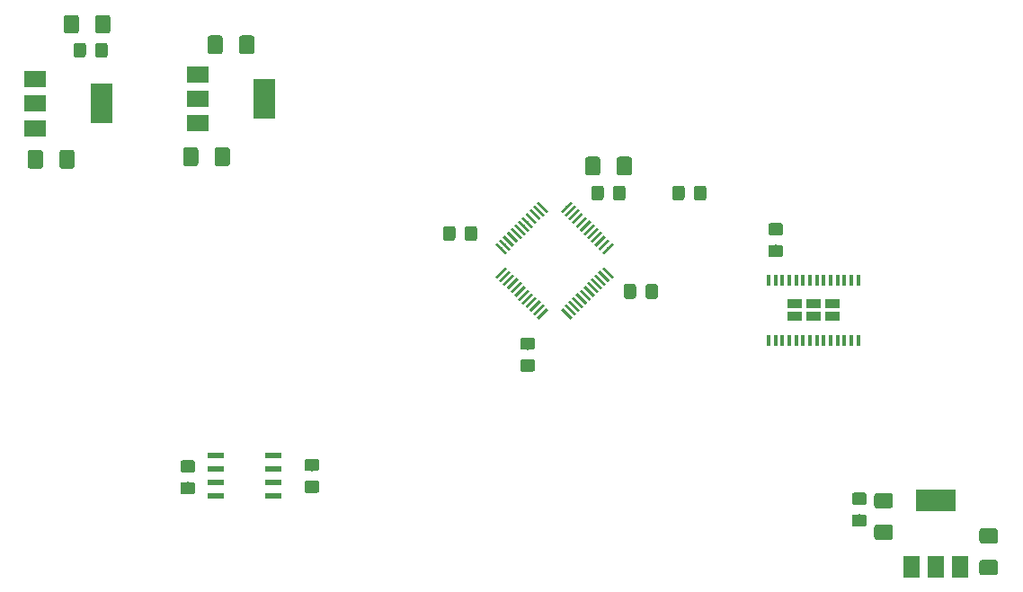
<source format=gbr>
G04 #@! TF.GenerationSoftware,KiCad,Pcbnew,(5.0.2)-1*
G04 #@! TF.CreationDate,2019-03-12T15:58:17+02:00*
G04 #@! TF.ProjectId,ev19dashboardv1,65763139-6461-4736-9862-6f6172647631,rev?*
G04 #@! TF.SameCoordinates,Original*
G04 #@! TF.FileFunction,Paste,Top*
G04 #@! TF.FilePolarity,Positive*
%FSLAX46Y46*%
G04 Gerber Fmt 4.6, Leading zero omitted, Abs format (unit mm)*
G04 Created by KiCad (PCBNEW (5.0.2)-1) date 3/12/2019 3:58:17 PM*
%MOMM*%
%LPD*%
G01*
G04 APERTURE LIST*
%ADD10C,0.100000*%
%ADD11C,1.425000*%
%ADD12C,1.150000*%
%ADD13R,2.000000X1.500000*%
%ADD14R,2.000000X3.800000*%
%ADD15C,0.250000*%
%ADD16R,1.550000X0.600000*%
%ADD17R,3.800000X2.000000*%
%ADD18R,1.500000X2.000000*%
%ADD19R,0.400000X1.100000*%
%ADD20R,1.400000X0.900000*%
G04 APERTURE END LIST*
D10*
G04 #@! TO.C,C1*
G36*
X113974504Y-54126204D02*
X113998773Y-54129804D01*
X114022571Y-54135765D01*
X114045671Y-54144030D01*
X114067849Y-54154520D01*
X114088893Y-54167133D01*
X114108598Y-54181747D01*
X114126777Y-54198223D01*
X114143253Y-54216402D01*
X114157867Y-54236107D01*
X114170480Y-54257151D01*
X114180970Y-54279329D01*
X114189235Y-54302429D01*
X114195196Y-54326227D01*
X114198796Y-54350496D01*
X114200000Y-54375000D01*
X114200000Y-55625000D01*
X114198796Y-55649504D01*
X114195196Y-55673773D01*
X114189235Y-55697571D01*
X114180970Y-55720671D01*
X114170480Y-55742849D01*
X114157867Y-55763893D01*
X114143253Y-55783598D01*
X114126777Y-55801777D01*
X114108598Y-55818253D01*
X114088893Y-55832867D01*
X114067849Y-55845480D01*
X114045671Y-55855970D01*
X114022571Y-55864235D01*
X113998773Y-55870196D01*
X113974504Y-55873796D01*
X113950000Y-55875000D01*
X113025000Y-55875000D01*
X113000496Y-55873796D01*
X112976227Y-55870196D01*
X112952429Y-55864235D01*
X112929329Y-55855970D01*
X112907151Y-55845480D01*
X112886107Y-55832867D01*
X112866402Y-55818253D01*
X112848223Y-55801777D01*
X112831747Y-55783598D01*
X112817133Y-55763893D01*
X112804520Y-55742849D01*
X112794030Y-55720671D01*
X112785765Y-55697571D01*
X112779804Y-55673773D01*
X112776204Y-55649504D01*
X112775000Y-55625000D01*
X112775000Y-54375000D01*
X112776204Y-54350496D01*
X112779804Y-54326227D01*
X112785765Y-54302429D01*
X112794030Y-54279329D01*
X112804520Y-54257151D01*
X112817133Y-54236107D01*
X112831747Y-54216402D01*
X112848223Y-54198223D01*
X112866402Y-54181747D01*
X112886107Y-54167133D01*
X112907151Y-54154520D01*
X112929329Y-54144030D01*
X112952429Y-54135765D01*
X112976227Y-54129804D01*
X113000496Y-54126204D01*
X113025000Y-54125000D01*
X113950000Y-54125000D01*
X113974504Y-54126204D01*
X113974504Y-54126204D01*
G37*
D11*
X113487500Y-55000000D03*
D10*
G36*
X110999504Y-54126204D02*
X111023773Y-54129804D01*
X111047571Y-54135765D01*
X111070671Y-54144030D01*
X111092849Y-54154520D01*
X111113893Y-54167133D01*
X111133598Y-54181747D01*
X111151777Y-54198223D01*
X111168253Y-54216402D01*
X111182867Y-54236107D01*
X111195480Y-54257151D01*
X111205970Y-54279329D01*
X111214235Y-54302429D01*
X111220196Y-54326227D01*
X111223796Y-54350496D01*
X111225000Y-54375000D01*
X111225000Y-55625000D01*
X111223796Y-55649504D01*
X111220196Y-55673773D01*
X111214235Y-55697571D01*
X111205970Y-55720671D01*
X111195480Y-55742849D01*
X111182867Y-55763893D01*
X111168253Y-55783598D01*
X111151777Y-55801777D01*
X111133598Y-55818253D01*
X111113893Y-55832867D01*
X111092849Y-55845480D01*
X111070671Y-55855970D01*
X111047571Y-55864235D01*
X111023773Y-55870196D01*
X110999504Y-55873796D01*
X110975000Y-55875000D01*
X110050000Y-55875000D01*
X110025496Y-55873796D01*
X110001227Y-55870196D01*
X109977429Y-55864235D01*
X109954329Y-55855970D01*
X109932151Y-55845480D01*
X109911107Y-55832867D01*
X109891402Y-55818253D01*
X109873223Y-55801777D01*
X109856747Y-55783598D01*
X109842133Y-55763893D01*
X109829520Y-55742849D01*
X109819030Y-55720671D01*
X109810765Y-55697571D01*
X109804804Y-55673773D01*
X109801204Y-55649504D01*
X109800000Y-55625000D01*
X109800000Y-54375000D01*
X109801204Y-54350496D01*
X109804804Y-54326227D01*
X109810765Y-54302429D01*
X109819030Y-54279329D01*
X109829520Y-54257151D01*
X109842133Y-54236107D01*
X109856747Y-54216402D01*
X109873223Y-54198223D01*
X109891402Y-54181747D01*
X109911107Y-54167133D01*
X109932151Y-54154520D01*
X109954329Y-54144030D01*
X109977429Y-54135765D01*
X110001227Y-54129804D01*
X110025496Y-54126204D01*
X110050000Y-54125000D01*
X110975000Y-54125000D01*
X110999504Y-54126204D01*
X110999504Y-54126204D01*
G37*
D11*
X110512500Y-55000000D03*
G04 #@! TD*
D10*
G04 #@! TO.C,C2*
G36*
X113299504Y-43576204D02*
X113323773Y-43579804D01*
X113347571Y-43585765D01*
X113370671Y-43594030D01*
X113392849Y-43604520D01*
X113413893Y-43617133D01*
X113433598Y-43631747D01*
X113451777Y-43648223D01*
X113468253Y-43666402D01*
X113482867Y-43686107D01*
X113495480Y-43707151D01*
X113505970Y-43729329D01*
X113514235Y-43752429D01*
X113520196Y-43776227D01*
X113523796Y-43800496D01*
X113525000Y-43825000D01*
X113525000Y-45075000D01*
X113523796Y-45099504D01*
X113520196Y-45123773D01*
X113514235Y-45147571D01*
X113505970Y-45170671D01*
X113495480Y-45192849D01*
X113482867Y-45213893D01*
X113468253Y-45233598D01*
X113451777Y-45251777D01*
X113433598Y-45268253D01*
X113413893Y-45282867D01*
X113392849Y-45295480D01*
X113370671Y-45305970D01*
X113347571Y-45314235D01*
X113323773Y-45320196D01*
X113299504Y-45323796D01*
X113275000Y-45325000D01*
X112350000Y-45325000D01*
X112325496Y-45323796D01*
X112301227Y-45320196D01*
X112277429Y-45314235D01*
X112254329Y-45305970D01*
X112232151Y-45295480D01*
X112211107Y-45282867D01*
X112191402Y-45268253D01*
X112173223Y-45251777D01*
X112156747Y-45233598D01*
X112142133Y-45213893D01*
X112129520Y-45192849D01*
X112119030Y-45170671D01*
X112110765Y-45147571D01*
X112104804Y-45123773D01*
X112101204Y-45099504D01*
X112100000Y-45075000D01*
X112100000Y-43825000D01*
X112101204Y-43800496D01*
X112104804Y-43776227D01*
X112110765Y-43752429D01*
X112119030Y-43729329D01*
X112129520Y-43707151D01*
X112142133Y-43686107D01*
X112156747Y-43666402D01*
X112173223Y-43648223D01*
X112191402Y-43631747D01*
X112211107Y-43617133D01*
X112232151Y-43604520D01*
X112254329Y-43594030D01*
X112277429Y-43585765D01*
X112301227Y-43579804D01*
X112325496Y-43576204D01*
X112350000Y-43575000D01*
X113275000Y-43575000D01*
X113299504Y-43576204D01*
X113299504Y-43576204D01*
G37*
D11*
X112812500Y-44450000D03*
D10*
G36*
X116274504Y-43576204D02*
X116298773Y-43579804D01*
X116322571Y-43585765D01*
X116345671Y-43594030D01*
X116367849Y-43604520D01*
X116388893Y-43617133D01*
X116408598Y-43631747D01*
X116426777Y-43648223D01*
X116443253Y-43666402D01*
X116457867Y-43686107D01*
X116470480Y-43707151D01*
X116480970Y-43729329D01*
X116489235Y-43752429D01*
X116495196Y-43776227D01*
X116498796Y-43800496D01*
X116500000Y-43825000D01*
X116500000Y-45075000D01*
X116498796Y-45099504D01*
X116495196Y-45123773D01*
X116489235Y-45147571D01*
X116480970Y-45170671D01*
X116470480Y-45192849D01*
X116457867Y-45213893D01*
X116443253Y-45233598D01*
X116426777Y-45251777D01*
X116408598Y-45268253D01*
X116388893Y-45282867D01*
X116367849Y-45295480D01*
X116345671Y-45305970D01*
X116322571Y-45314235D01*
X116298773Y-45320196D01*
X116274504Y-45323796D01*
X116250000Y-45325000D01*
X115325000Y-45325000D01*
X115300496Y-45323796D01*
X115276227Y-45320196D01*
X115252429Y-45314235D01*
X115229329Y-45305970D01*
X115207151Y-45295480D01*
X115186107Y-45282867D01*
X115166402Y-45268253D01*
X115148223Y-45251777D01*
X115131747Y-45233598D01*
X115117133Y-45213893D01*
X115104520Y-45192849D01*
X115094030Y-45170671D01*
X115085765Y-45147571D01*
X115079804Y-45123773D01*
X115076204Y-45099504D01*
X115075000Y-45075000D01*
X115075000Y-43825000D01*
X115076204Y-43800496D01*
X115079804Y-43776227D01*
X115085765Y-43752429D01*
X115094030Y-43729329D01*
X115104520Y-43707151D01*
X115117133Y-43686107D01*
X115131747Y-43666402D01*
X115148223Y-43648223D01*
X115166402Y-43631747D01*
X115186107Y-43617133D01*
X115207151Y-43604520D01*
X115229329Y-43594030D01*
X115252429Y-43585765D01*
X115276227Y-43579804D01*
X115300496Y-43576204D01*
X115325000Y-43575000D01*
X116250000Y-43575000D01*
X116274504Y-43576204D01*
X116274504Y-43576204D01*
G37*
D11*
X115787500Y-44450000D03*
G04 #@! TD*
D10*
G04 #@! TO.C,C3*
G36*
X158854505Y-57721204D02*
X158878773Y-57724804D01*
X158902572Y-57730765D01*
X158925671Y-57739030D01*
X158947850Y-57749520D01*
X158968893Y-57762132D01*
X158988599Y-57776747D01*
X159006777Y-57793223D01*
X159023253Y-57811401D01*
X159037868Y-57831107D01*
X159050480Y-57852150D01*
X159060970Y-57874329D01*
X159069235Y-57897428D01*
X159075196Y-57921227D01*
X159078796Y-57945495D01*
X159080000Y-57969999D01*
X159080000Y-58870001D01*
X159078796Y-58894505D01*
X159075196Y-58918773D01*
X159069235Y-58942572D01*
X159060970Y-58965671D01*
X159050480Y-58987850D01*
X159037868Y-59008893D01*
X159023253Y-59028599D01*
X159006777Y-59046777D01*
X158988599Y-59063253D01*
X158968893Y-59077868D01*
X158947850Y-59090480D01*
X158925671Y-59100970D01*
X158902572Y-59109235D01*
X158878773Y-59115196D01*
X158854505Y-59118796D01*
X158830001Y-59120000D01*
X158179999Y-59120000D01*
X158155495Y-59118796D01*
X158131227Y-59115196D01*
X158107428Y-59109235D01*
X158084329Y-59100970D01*
X158062150Y-59090480D01*
X158041107Y-59077868D01*
X158021401Y-59063253D01*
X158003223Y-59046777D01*
X157986747Y-59028599D01*
X157972132Y-59008893D01*
X157959520Y-58987850D01*
X157949030Y-58965671D01*
X157940765Y-58942572D01*
X157934804Y-58918773D01*
X157931204Y-58894505D01*
X157930000Y-58870001D01*
X157930000Y-57969999D01*
X157931204Y-57945495D01*
X157934804Y-57921227D01*
X157940765Y-57897428D01*
X157949030Y-57874329D01*
X157959520Y-57852150D01*
X157972132Y-57831107D01*
X157986747Y-57811401D01*
X158003223Y-57793223D01*
X158021401Y-57776747D01*
X158041107Y-57762132D01*
X158062150Y-57749520D01*
X158084329Y-57739030D01*
X158107428Y-57730765D01*
X158131227Y-57724804D01*
X158155495Y-57721204D01*
X158179999Y-57720000D01*
X158830001Y-57720000D01*
X158854505Y-57721204D01*
X158854505Y-57721204D01*
G37*
D12*
X158505000Y-58420000D03*
D10*
G36*
X156804505Y-57721204D02*
X156828773Y-57724804D01*
X156852572Y-57730765D01*
X156875671Y-57739030D01*
X156897850Y-57749520D01*
X156918893Y-57762132D01*
X156938599Y-57776747D01*
X156956777Y-57793223D01*
X156973253Y-57811401D01*
X156987868Y-57831107D01*
X157000480Y-57852150D01*
X157010970Y-57874329D01*
X157019235Y-57897428D01*
X157025196Y-57921227D01*
X157028796Y-57945495D01*
X157030000Y-57969999D01*
X157030000Y-58870001D01*
X157028796Y-58894505D01*
X157025196Y-58918773D01*
X157019235Y-58942572D01*
X157010970Y-58965671D01*
X157000480Y-58987850D01*
X156987868Y-59008893D01*
X156973253Y-59028599D01*
X156956777Y-59046777D01*
X156938599Y-59063253D01*
X156918893Y-59077868D01*
X156897850Y-59090480D01*
X156875671Y-59100970D01*
X156852572Y-59109235D01*
X156828773Y-59115196D01*
X156804505Y-59118796D01*
X156780001Y-59120000D01*
X156129999Y-59120000D01*
X156105495Y-59118796D01*
X156081227Y-59115196D01*
X156057428Y-59109235D01*
X156034329Y-59100970D01*
X156012150Y-59090480D01*
X155991107Y-59077868D01*
X155971401Y-59063253D01*
X155953223Y-59046777D01*
X155936747Y-59028599D01*
X155922132Y-59008893D01*
X155909520Y-58987850D01*
X155899030Y-58965671D01*
X155890765Y-58942572D01*
X155884804Y-58918773D01*
X155881204Y-58894505D01*
X155880000Y-58870001D01*
X155880000Y-57969999D01*
X155881204Y-57945495D01*
X155884804Y-57921227D01*
X155890765Y-57897428D01*
X155899030Y-57874329D01*
X155909520Y-57852150D01*
X155922132Y-57831107D01*
X155936747Y-57811401D01*
X155953223Y-57793223D01*
X155971401Y-57776747D01*
X155991107Y-57762132D01*
X156012150Y-57749520D01*
X156034329Y-57739030D01*
X156057428Y-57730765D01*
X156081227Y-57724804D01*
X156105495Y-57721204D01*
X156129999Y-57720000D01*
X156780001Y-57720000D01*
X156804505Y-57721204D01*
X156804505Y-57721204D01*
G37*
D12*
X156455000Y-58420000D03*
G04 #@! TD*
D10*
G04 #@! TO.C,C4*
G36*
X137264505Y-61531204D02*
X137288773Y-61534804D01*
X137312572Y-61540765D01*
X137335671Y-61549030D01*
X137357850Y-61559520D01*
X137378893Y-61572132D01*
X137398599Y-61586747D01*
X137416777Y-61603223D01*
X137433253Y-61621401D01*
X137447868Y-61641107D01*
X137460480Y-61662150D01*
X137470970Y-61684329D01*
X137479235Y-61707428D01*
X137485196Y-61731227D01*
X137488796Y-61755495D01*
X137490000Y-61779999D01*
X137490000Y-62680001D01*
X137488796Y-62704505D01*
X137485196Y-62728773D01*
X137479235Y-62752572D01*
X137470970Y-62775671D01*
X137460480Y-62797850D01*
X137447868Y-62818893D01*
X137433253Y-62838599D01*
X137416777Y-62856777D01*
X137398599Y-62873253D01*
X137378893Y-62887868D01*
X137357850Y-62900480D01*
X137335671Y-62910970D01*
X137312572Y-62919235D01*
X137288773Y-62925196D01*
X137264505Y-62928796D01*
X137240001Y-62930000D01*
X136589999Y-62930000D01*
X136565495Y-62928796D01*
X136541227Y-62925196D01*
X136517428Y-62919235D01*
X136494329Y-62910970D01*
X136472150Y-62900480D01*
X136451107Y-62887868D01*
X136431401Y-62873253D01*
X136413223Y-62856777D01*
X136396747Y-62838599D01*
X136382132Y-62818893D01*
X136369520Y-62797850D01*
X136359030Y-62775671D01*
X136350765Y-62752572D01*
X136344804Y-62728773D01*
X136341204Y-62704505D01*
X136340000Y-62680001D01*
X136340000Y-61779999D01*
X136341204Y-61755495D01*
X136344804Y-61731227D01*
X136350765Y-61707428D01*
X136359030Y-61684329D01*
X136369520Y-61662150D01*
X136382132Y-61641107D01*
X136396747Y-61621401D01*
X136413223Y-61603223D01*
X136431401Y-61586747D01*
X136451107Y-61572132D01*
X136472150Y-61559520D01*
X136494329Y-61549030D01*
X136517428Y-61540765D01*
X136541227Y-61534804D01*
X136565495Y-61531204D01*
X136589999Y-61530000D01*
X137240001Y-61530000D01*
X137264505Y-61531204D01*
X137264505Y-61531204D01*
G37*
D12*
X136915000Y-62230000D03*
D10*
G36*
X135214505Y-61531204D02*
X135238773Y-61534804D01*
X135262572Y-61540765D01*
X135285671Y-61549030D01*
X135307850Y-61559520D01*
X135328893Y-61572132D01*
X135348599Y-61586747D01*
X135366777Y-61603223D01*
X135383253Y-61621401D01*
X135397868Y-61641107D01*
X135410480Y-61662150D01*
X135420970Y-61684329D01*
X135429235Y-61707428D01*
X135435196Y-61731227D01*
X135438796Y-61755495D01*
X135440000Y-61779999D01*
X135440000Y-62680001D01*
X135438796Y-62704505D01*
X135435196Y-62728773D01*
X135429235Y-62752572D01*
X135420970Y-62775671D01*
X135410480Y-62797850D01*
X135397868Y-62818893D01*
X135383253Y-62838599D01*
X135366777Y-62856777D01*
X135348599Y-62873253D01*
X135328893Y-62887868D01*
X135307850Y-62900480D01*
X135285671Y-62910970D01*
X135262572Y-62919235D01*
X135238773Y-62925196D01*
X135214505Y-62928796D01*
X135190001Y-62930000D01*
X134539999Y-62930000D01*
X134515495Y-62928796D01*
X134491227Y-62925196D01*
X134467428Y-62919235D01*
X134444329Y-62910970D01*
X134422150Y-62900480D01*
X134401107Y-62887868D01*
X134381401Y-62873253D01*
X134363223Y-62856777D01*
X134346747Y-62838599D01*
X134332132Y-62818893D01*
X134319520Y-62797850D01*
X134309030Y-62775671D01*
X134300765Y-62752572D01*
X134294804Y-62728773D01*
X134291204Y-62704505D01*
X134290000Y-62680001D01*
X134290000Y-61779999D01*
X134291204Y-61755495D01*
X134294804Y-61731227D01*
X134300765Y-61707428D01*
X134309030Y-61684329D01*
X134319520Y-61662150D01*
X134332132Y-61641107D01*
X134346747Y-61621401D01*
X134363223Y-61603223D01*
X134381401Y-61586747D01*
X134401107Y-61572132D01*
X134422150Y-61559520D01*
X134444329Y-61549030D01*
X134467428Y-61540765D01*
X134491227Y-61534804D01*
X134515495Y-61531204D01*
X134539999Y-61530000D01*
X135190001Y-61530000D01*
X135214505Y-61531204D01*
X135214505Y-61531204D01*
G37*
D12*
X134865000Y-62230000D03*
G04 #@! TD*
D10*
G04 #@! TO.C,C5*
G36*
X142714505Y-72061204D02*
X142738773Y-72064804D01*
X142762572Y-72070765D01*
X142785671Y-72079030D01*
X142807850Y-72089520D01*
X142828893Y-72102132D01*
X142848599Y-72116747D01*
X142866777Y-72133223D01*
X142883253Y-72151401D01*
X142897868Y-72171107D01*
X142910480Y-72192150D01*
X142920970Y-72214329D01*
X142929235Y-72237428D01*
X142935196Y-72261227D01*
X142938796Y-72285495D01*
X142940000Y-72309999D01*
X142940000Y-72960001D01*
X142938796Y-72984505D01*
X142935196Y-73008773D01*
X142929235Y-73032572D01*
X142920970Y-73055671D01*
X142910480Y-73077850D01*
X142897868Y-73098893D01*
X142883253Y-73118599D01*
X142866777Y-73136777D01*
X142848599Y-73153253D01*
X142828893Y-73167868D01*
X142807850Y-73180480D01*
X142785671Y-73190970D01*
X142762572Y-73199235D01*
X142738773Y-73205196D01*
X142714505Y-73208796D01*
X142690001Y-73210000D01*
X141789999Y-73210000D01*
X141765495Y-73208796D01*
X141741227Y-73205196D01*
X141717428Y-73199235D01*
X141694329Y-73190970D01*
X141672150Y-73180480D01*
X141651107Y-73167868D01*
X141631401Y-73153253D01*
X141613223Y-73136777D01*
X141596747Y-73118599D01*
X141582132Y-73098893D01*
X141569520Y-73077850D01*
X141559030Y-73055671D01*
X141550765Y-73032572D01*
X141544804Y-73008773D01*
X141541204Y-72984505D01*
X141540000Y-72960001D01*
X141540000Y-72309999D01*
X141541204Y-72285495D01*
X141544804Y-72261227D01*
X141550765Y-72237428D01*
X141559030Y-72214329D01*
X141569520Y-72192150D01*
X141582132Y-72171107D01*
X141596747Y-72151401D01*
X141613223Y-72133223D01*
X141631401Y-72116747D01*
X141651107Y-72102132D01*
X141672150Y-72089520D01*
X141694329Y-72079030D01*
X141717428Y-72070765D01*
X141741227Y-72064804D01*
X141765495Y-72061204D01*
X141789999Y-72060000D01*
X142690001Y-72060000D01*
X142714505Y-72061204D01*
X142714505Y-72061204D01*
G37*
D12*
X142240000Y-72635000D03*
D10*
G36*
X142714505Y-74111204D02*
X142738773Y-74114804D01*
X142762572Y-74120765D01*
X142785671Y-74129030D01*
X142807850Y-74139520D01*
X142828893Y-74152132D01*
X142848599Y-74166747D01*
X142866777Y-74183223D01*
X142883253Y-74201401D01*
X142897868Y-74221107D01*
X142910480Y-74242150D01*
X142920970Y-74264329D01*
X142929235Y-74287428D01*
X142935196Y-74311227D01*
X142938796Y-74335495D01*
X142940000Y-74359999D01*
X142940000Y-75010001D01*
X142938796Y-75034505D01*
X142935196Y-75058773D01*
X142929235Y-75082572D01*
X142920970Y-75105671D01*
X142910480Y-75127850D01*
X142897868Y-75148893D01*
X142883253Y-75168599D01*
X142866777Y-75186777D01*
X142848599Y-75203253D01*
X142828893Y-75217868D01*
X142807850Y-75230480D01*
X142785671Y-75240970D01*
X142762572Y-75249235D01*
X142738773Y-75255196D01*
X142714505Y-75258796D01*
X142690001Y-75260000D01*
X141789999Y-75260000D01*
X141765495Y-75258796D01*
X141741227Y-75255196D01*
X141717428Y-75249235D01*
X141694329Y-75240970D01*
X141672150Y-75230480D01*
X141651107Y-75217868D01*
X141631401Y-75203253D01*
X141613223Y-75186777D01*
X141596747Y-75168599D01*
X141582132Y-75148893D01*
X141569520Y-75127850D01*
X141559030Y-75105671D01*
X141550765Y-75082572D01*
X141544804Y-75058773D01*
X141541204Y-75034505D01*
X141540000Y-75010001D01*
X141540000Y-74359999D01*
X141541204Y-74335495D01*
X141544804Y-74311227D01*
X141550765Y-74287428D01*
X141559030Y-74264329D01*
X141569520Y-74242150D01*
X141582132Y-74221107D01*
X141596747Y-74201401D01*
X141613223Y-74183223D01*
X141631401Y-74166747D01*
X141651107Y-74152132D01*
X141672150Y-74139520D01*
X141694329Y-74129030D01*
X141717428Y-74120765D01*
X141741227Y-74114804D01*
X141765495Y-74111204D01*
X141789999Y-74110000D01*
X142690001Y-74110000D01*
X142714505Y-74111204D01*
X142714505Y-74111204D01*
G37*
D12*
X142240000Y-74685000D03*
G04 #@! TD*
D10*
G04 #@! TO.C,C6*
G36*
X151234505Y-57721204D02*
X151258773Y-57724804D01*
X151282572Y-57730765D01*
X151305671Y-57739030D01*
X151327850Y-57749520D01*
X151348893Y-57762132D01*
X151368599Y-57776747D01*
X151386777Y-57793223D01*
X151403253Y-57811401D01*
X151417868Y-57831107D01*
X151430480Y-57852150D01*
X151440970Y-57874329D01*
X151449235Y-57897428D01*
X151455196Y-57921227D01*
X151458796Y-57945495D01*
X151460000Y-57969999D01*
X151460000Y-58870001D01*
X151458796Y-58894505D01*
X151455196Y-58918773D01*
X151449235Y-58942572D01*
X151440970Y-58965671D01*
X151430480Y-58987850D01*
X151417868Y-59008893D01*
X151403253Y-59028599D01*
X151386777Y-59046777D01*
X151368599Y-59063253D01*
X151348893Y-59077868D01*
X151327850Y-59090480D01*
X151305671Y-59100970D01*
X151282572Y-59109235D01*
X151258773Y-59115196D01*
X151234505Y-59118796D01*
X151210001Y-59120000D01*
X150559999Y-59120000D01*
X150535495Y-59118796D01*
X150511227Y-59115196D01*
X150487428Y-59109235D01*
X150464329Y-59100970D01*
X150442150Y-59090480D01*
X150421107Y-59077868D01*
X150401401Y-59063253D01*
X150383223Y-59046777D01*
X150366747Y-59028599D01*
X150352132Y-59008893D01*
X150339520Y-58987850D01*
X150329030Y-58965671D01*
X150320765Y-58942572D01*
X150314804Y-58918773D01*
X150311204Y-58894505D01*
X150310000Y-58870001D01*
X150310000Y-57969999D01*
X150311204Y-57945495D01*
X150314804Y-57921227D01*
X150320765Y-57897428D01*
X150329030Y-57874329D01*
X150339520Y-57852150D01*
X150352132Y-57831107D01*
X150366747Y-57811401D01*
X150383223Y-57793223D01*
X150401401Y-57776747D01*
X150421107Y-57762132D01*
X150442150Y-57749520D01*
X150464329Y-57739030D01*
X150487428Y-57730765D01*
X150511227Y-57724804D01*
X150535495Y-57721204D01*
X150559999Y-57720000D01*
X151210001Y-57720000D01*
X151234505Y-57721204D01*
X151234505Y-57721204D01*
G37*
D12*
X150885000Y-58420000D03*
D10*
G36*
X149184505Y-57721204D02*
X149208773Y-57724804D01*
X149232572Y-57730765D01*
X149255671Y-57739030D01*
X149277850Y-57749520D01*
X149298893Y-57762132D01*
X149318599Y-57776747D01*
X149336777Y-57793223D01*
X149353253Y-57811401D01*
X149367868Y-57831107D01*
X149380480Y-57852150D01*
X149390970Y-57874329D01*
X149399235Y-57897428D01*
X149405196Y-57921227D01*
X149408796Y-57945495D01*
X149410000Y-57969999D01*
X149410000Y-58870001D01*
X149408796Y-58894505D01*
X149405196Y-58918773D01*
X149399235Y-58942572D01*
X149390970Y-58965671D01*
X149380480Y-58987850D01*
X149367868Y-59008893D01*
X149353253Y-59028599D01*
X149336777Y-59046777D01*
X149318599Y-59063253D01*
X149298893Y-59077868D01*
X149277850Y-59090480D01*
X149255671Y-59100970D01*
X149232572Y-59109235D01*
X149208773Y-59115196D01*
X149184505Y-59118796D01*
X149160001Y-59120000D01*
X148509999Y-59120000D01*
X148485495Y-59118796D01*
X148461227Y-59115196D01*
X148437428Y-59109235D01*
X148414329Y-59100970D01*
X148392150Y-59090480D01*
X148371107Y-59077868D01*
X148351401Y-59063253D01*
X148333223Y-59046777D01*
X148316747Y-59028599D01*
X148302132Y-59008893D01*
X148289520Y-58987850D01*
X148279030Y-58965671D01*
X148270765Y-58942572D01*
X148264804Y-58918773D01*
X148261204Y-58894505D01*
X148260000Y-58870001D01*
X148260000Y-57969999D01*
X148261204Y-57945495D01*
X148264804Y-57921227D01*
X148270765Y-57897428D01*
X148279030Y-57874329D01*
X148289520Y-57852150D01*
X148302132Y-57831107D01*
X148316747Y-57811401D01*
X148333223Y-57793223D01*
X148351401Y-57776747D01*
X148371107Y-57762132D01*
X148392150Y-57749520D01*
X148414329Y-57739030D01*
X148437428Y-57730765D01*
X148461227Y-57724804D01*
X148485495Y-57721204D01*
X148509999Y-57720000D01*
X149160001Y-57720000D01*
X149184505Y-57721204D01*
X149184505Y-57721204D01*
G37*
D12*
X148835000Y-58420000D03*
G04 #@! TD*
D10*
G04 #@! TO.C,C7*
G36*
X152232505Y-66992204D02*
X152256773Y-66995804D01*
X152280572Y-67001765D01*
X152303671Y-67010030D01*
X152325850Y-67020520D01*
X152346893Y-67033132D01*
X152366599Y-67047747D01*
X152384777Y-67064223D01*
X152401253Y-67082401D01*
X152415868Y-67102107D01*
X152428480Y-67123150D01*
X152438970Y-67145329D01*
X152447235Y-67168428D01*
X152453196Y-67192227D01*
X152456796Y-67216495D01*
X152458000Y-67240999D01*
X152458000Y-68141001D01*
X152456796Y-68165505D01*
X152453196Y-68189773D01*
X152447235Y-68213572D01*
X152438970Y-68236671D01*
X152428480Y-68258850D01*
X152415868Y-68279893D01*
X152401253Y-68299599D01*
X152384777Y-68317777D01*
X152366599Y-68334253D01*
X152346893Y-68348868D01*
X152325850Y-68361480D01*
X152303671Y-68371970D01*
X152280572Y-68380235D01*
X152256773Y-68386196D01*
X152232505Y-68389796D01*
X152208001Y-68391000D01*
X151557999Y-68391000D01*
X151533495Y-68389796D01*
X151509227Y-68386196D01*
X151485428Y-68380235D01*
X151462329Y-68371970D01*
X151440150Y-68361480D01*
X151419107Y-68348868D01*
X151399401Y-68334253D01*
X151381223Y-68317777D01*
X151364747Y-68299599D01*
X151350132Y-68279893D01*
X151337520Y-68258850D01*
X151327030Y-68236671D01*
X151318765Y-68213572D01*
X151312804Y-68189773D01*
X151309204Y-68165505D01*
X151308000Y-68141001D01*
X151308000Y-67240999D01*
X151309204Y-67216495D01*
X151312804Y-67192227D01*
X151318765Y-67168428D01*
X151327030Y-67145329D01*
X151337520Y-67123150D01*
X151350132Y-67102107D01*
X151364747Y-67082401D01*
X151381223Y-67064223D01*
X151399401Y-67047747D01*
X151419107Y-67033132D01*
X151440150Y-67020520D01*
X151462329Y-67010030D01*
X151485428Y-67001765D01*
X151509227Y-66995804D01*
X151533495Y-66992204D01*
X151557999Y-66991000D01*
X152208001Y-66991000D01*
X152232505Y-66992204D01*
X152232505Y-66992204D01*
G37*
D12*
X151883000Y-67691000D03*
D10*
G36*
X154282505Y-66992204D02*
X154306773Y-66995804D01*
X154330572Y-67001765D01*
X154353671Y-67010030D01*
X154375850Y-67020520D01*
X154396893Y-67033132D01*
X154416599Y-67047747D01*
X154434777Y-67064223D01*
X154451253Y-67082401D01*
X154465868Y-67102107D01*
X154478480Y-67123150D01*
X154488970Y-67145329D01*
X154497235Y-67168428D01*
X154503196Y-67192227D01*
X154506796Y-67216495D01*
X154508000Y-67240999D01*
X154508000Y-68141001D01*
X154506796Y-68165505D01*
X154503196Y-68189773D01*
X154497235Y-68213572D01*
X154488970Y-68236671D01*
X154478480Y-68258850D01*
X154465868Y-68279893D01*
X154451253Y-68299599D01*
X154434777Y-68317777D01*
X154416599Y-68334253D01*
X154396893Y-68348868D01*
X154375850Y-68361480D01*
X154353671Y-68371970D01*
X154330572Y-68380235D01*
X154306773Y-68386196D01*
X154282505Y-68389796D01*
X154258001Y-68391000D01*
X153607999Y-68391000D01*
X153583495Y-68389796D01*
X153559227Y-68386196D01*
X153535428Y-68380235D01*
X153512329Y-68371970D01*
X153490150Y-68361480D01*
X153469107Y-68348868D01*
X153449401Y-68334253D01*
X153431223Y-68317777D01*
X153414747Y-68299599D01*
X153400132Y-68279893D01*
X153387520Y-68258850D01*
X153377030Y-68236671D01*
X153368765Y-68213572D01*
X153362804Y-68189773D01*
X153359204Y-68165505D01*
X153358000Y-68141001D01*
X153358000Y-67240999D01*
X153359204Y-67216495D01*
X153362804Y-67192227D01*
X153368765Y-67168428D01*
X153377030Y-67145329D01*
X153387520Y-67123150D01*
X153400132Y-67102107D01*
X153414747Y-67082401D01*
X153431223Y-67064223D01*
X153449401Y-67047747D01*
X153469107Y-67033132D01*
X153490150Y-67020520D01*
X153512329Y-67010030D01*
X153535428Y-67001765D01*
X153559227Y-66995804D01*
X153583495Y-66992204D01*
X153607999Y-66991000D01*
X154258001Y-66991000D01*
X154282505Y-66992204D01*
X154282505Y-66992204D01*
G37*
D12*
X153933000Y-67691000D03*
G04 #@! TD*
D10*
G04 #@! TO.C,C9*
G36*
X99347004Y-54371204D02*
X99371273Y-54374804D01*
X99395071Y-54380765D01*
X99418171Y-54389030D01*
X99440349Y-54399520D01*
X99461393Y-54412133D01*
X99481098Y-54426747D01*
X99499277Y-54443223D01*
X99515753Y-54461402D01*
X99530367Y-54481107D01*
X99542980Y-54502151D01*
X99553470Y-54524329D01*
X99561735Y-54547429D01*
X99567696Y-54571227D01*
X99571296Y-54595496D01*
X99572500Y-54620000D01*
X99572500Y-55870000D01*
X99571296Y-55894504D01*
X99567696Y-55918773D01*
X99561735Y-55942571D01*
X99553470Y-55965671D01*
X99542980Y-55987849D01*
X99530367Y-56008893D01*
X99515753Y-56028598D01*
X99499277Y-56046777D01*
X99481098Y-56063253D01*
X99461393Y-56077867D01*
X99440349Y-56090480D01*
X99418171Y-56100970D01*
X99395071Y-56109235D01*
X99371273Y-56115196D01*
X99347004Y-56118796D01*
X99322500Y-56120000D01*
X98397500Y-56120000D01*
X98372996Y-56118796D01*
X98348727Y-56115196D01*
X98324929Y-56109235D01*
X98301829Y-56100970D01*
X98279651Y-56090480D01*
X98258607Y-56077867D01*
X98238902Y-56063253D01*
X98220723Y-56046777D01*
X98204247Y-56028598D01*
X98189633Y-56008893D01*
X98177020Y-55987849D01*
X98166530Y-55965671D01*
X98158265Y-55942571D01*
X98152304Y-55918773D01*
X98148704Y-55894504D01*
X98147500Y-55870000D01*
X98147500Y-54620000D01*
X98148704Y-54595496D01*
X98152304Y-54571227D01*
X98158265Y-54547429D01*
X98166530Y-54524329D01*
X98177020Y-54502151D01*
X98189633Y-54481107D01*
X98204247Y-54461402D01*
X98220723Y-54443223D01*
X98238902Y-54426747D01*
X98258607Y-54412133D01*
X98279651Y-54399520D01*
X98301829Y-54389030D01*
X98324929Y-54380765D01*
X98348727Y-54374804D01*
X98372996Y-54371204D01*
X98397500Y-54370000D01*
X99322500Y-54370000D01*
X99347004Y-54371204D01*
X99347004Y-54371204D01*
G37*
D11*
X98860000Y-55245000D03*
D10*
G36*
X96372004Y-54371204D02*
X96396273Y-54374804D01*
X96420071Y-54380765D01*
X96443171Y-54389030D01*
X96465349Y-54399520D01*
X96486393Y-54412133D01*
X96506098Y-54426747D01*
X96524277Y-54443223D01*
X96540753Y-54461402D01*
X96555367Y-54481107D01*
X96567980Y-54502151D01*
X96578470Y-54524329D01*
X96586735Y-54547429D01*
X96592696Y-54571227D01*
X96596296Y-54595496D01*
X96597500Y-54620000D01*
X96597500Y-55870000D01*
X96596296Y-55894504D01*
X96592696Y-55918773D01*
X96586735Y-55942571D01*
X96578470Y-55965671D01*
X96567980Y-55987849D01*
X96555367Y-56008893D01*
X96540753Y-56028598D01*
X96524277Y-56046777D01*
X96506098Y-56063253D01*
X96486393Y-56077867D01*
X96465349Y-56090480D01*
X96443171Y-56100970D01*
X96420071Y-56109235D01*
X96396273Y-56115196D01*
X96372004Y-56118796D01*
X96347500Y-56120000D01*
X95422500Y-56120000D01*
X95397996Y-56118796D01*
X95373727Y-56115196D01*
X95349929Y-56109235D01*
X95326829Y-56100970D01*
X95304651Y-56090480D01*
X95283607Y-56077867D01*
X95263902Y-56063253D01*
X95245723Y-56046777D01*
X95229247Y-56028598D01*
X95214633Y-56008893D01*
X95202020Y-55987849D01*
X95191530Y-55965671D01*
X95183265Y-55942571D01*
X95177304Y-55918773D01*
X95173704Y-55894504D01*
X95172500Y-55870000D01*
X95172500Y-54620000D01*
X95173704Y-54595496D01*
X95177304Y-54571227D01*
X95183265Y-54547429D01*
X95191530Y-54524329D01*
X95202020Y-54502151D01*
X95214633Y-54481107D01*
X95229247Y-54461402D01*
X95245723Y-54443223D01*
X95263902Y-54426747D01*
X95283607Y-54412133D01*
X95304651Y-54399520D01*
X95326829Y-54389030D01*
X95349929Y-54380765D01*
X95373727Y-54374804D01*
X95397996Y-54371204D01*
X95422500Y-54370000D01*
X96347500Y-54370000D01*
X96372004Y-54371204D01*
X96372004Y-54371204D01*
G37*
D11*
X95885000Y-55245000D03*
G04 #@! TD*
D10*
G04 #@! TO.C,C12*
G36*
X122394505Y-85541204D02*
X122418773Y-85544804D01*
X122442572Y-85550765D01*
X122465671Y-85559030D01*
X122487850Y-85569520D01*
X122508893Y-85582132D01*
X122528599Y-85596747D01*
X122546777Y-85613223D01*
X122563253Y-85631401D01*
X122577868Y-85651107D01*
X122590480Y-85672150D01*
X122600970Y-85694329D01*
X122609235Y-85717428D01*
X122615196Y-85741227D01*
X122618796Y-85765495D01*
X122620000Y-85789999D01*
X122620000Y-86440001D01*
X122618796Y-86464505D01*
X122615196Y-86488773D01*
X122609235Y-86512572D01*
X122600970Y-86535671D01*
X122590480Y-86557850D01*
X122577868Y-86578893D01*
X122563253Y-86598599D01*
X122546777Y-86616777D01*
X122528599Y-86633253D01*
X122508893Y-86647868D01*
X122487850Y-86660480D01*
X122465671Y-86670970D01*
X122442572Y-86679235D01*
X122418773Y-86685196D01*
X122394505Y-86688796D01*
X122370001Y-86690000D01*
X121469999Y-86690000D01*
X121445495Y-86688796D01*
X121421227Y-86685196D01*
X121397428Y-86679235D01*
X121374329Y-86670970D01*
X121352150Y-86660480D01*
X121331107Y-86647868D01*
X121311401Y-86633253D01*
X121293223Y-86616777D01*
X121276747Y-86598599D01*
X121262132Y-86578893D01*
X121249520Y-86557850D01*
X121239030Y-86535671D01*
X121230765Y-86512572D01*
X121224804Y-86488773D01*
X121221204Y-86464505D01*
X121220000Y-86440001D01*
X121220000Y-85789999D01*
X121221204Y-85765495D01*
X121224804Y-85741227D01*
X121230765Y-85717428D01*
X121239030Y-85694329D01*
X121249520Y-85672150D01*
X121262132Y-85651107D01*
X121276747Y-85631401D01*
X121293223Y-85613223D01*
X121311401Y-85596747D01*
X121331107Y-85582132D01*
X121352150Y-85569520D01*
X121374329Y-85559030D01*
X121397428Y-85550765D01*
X121421227Y-85544804D01*
X121445495Y-85541204D01*
X121469999Y-85540000D01*
X122370001Y-85540000D01*
X122394505Y-85541204D01*
X122394505Y-85541204D01*
G37*
D12*
X121920000Y-86115000D03*
D10*
G36*
X122394505Y-83491204D02*
X122418773Y-83494804D01*
X122442572Y-83500765D01*
X122465671Y-83509030D01*
X122487850Y-83519520D01*
X122508893Y-83532132D01*
X122528599Y-83546747D01*
X122546777Y-83563223D01*
X122563253Y-83581401D01*
X122577868Y-83601107D01*
X122590480Y-83622150D01*
X122600970Y-83644329D01*
X122609235Y-83667428D01*
X122615196Y-83691227D01*
X122618796Y-83715495D01*
X122620000Y-83739999D01*
X122620000Y-84390001D01*
X122618796Y-84414505D01*
X122615196Y-84438773D01*
X122609235Y-84462572D01*
X122600970Y-84485671D01*
X122590480Y-84507850D01*
X122577868Y-84528893D01*
X122563253Y-84548599D01*
X122546777Y-84566777D01*
X122528599Y-84583253D01*
X122508893Y-84597868D01*
X122487850Y-84610480D01*
X122465671Y-84620970D01*
X122442572Y-84629235D01*
X122418773Y-84635196D01*
X122394505Y-84638796D01*
X122370001Y-84640000D01*
X121469999Y-84640000D01*
X121445495Y-84638796D01*
X121421227Y-84635196D01*
X121397428Y-84629235D01*
X121374329Y-84620970D01*
X121352150Y-84610480D01*
X121331107Y-84597868D01*
X121311401Y-84583253D01*
X121293223Y-84566777D01*
X121276747Y-84548599D01*
X121262132Y-84528893D01*
X121249520Y-84507850D01*
X121239030Y-84485671D01*
X121230765Y-84462572D01*
X121224804Y-84438773D01*
X121221204Y-84414505D01*
X121220000Y-84390001D01*
X121220000Y-83739999D01*
X121221204Y-83715495D01*
X121224804Y-83691227D01*
X121230765Y-83667428D01*
X121239030Y-83644329D01*
X121249520Y-83622150D01*
X121262132Y-83601107D01*
X121276747Y-83581401D01*
X121293223Y-83563223D01*
X121311401Y-83546747D01*
X121331107Y-83532132D01*
X121352150Y-83519520D01*
X121374329Y-83509030D01*
X121397428Y-83500765D01*
X121421227Y-83494804D01*
X121445495Y-83491204D01*
X121469999Y-83490000D01*
X122370001Y-83490000D01*
X122394505Y-83491204D01*
X122394505Y-83491204D01*
G37*
D12*
X121920000Y-84065000D03*
G04 #@! TD*
D13*
G04 #@! TO.C,U1*
X111150000Y-47230000D03*
X111150000Y-51830000D03*
X111150000Y-49530000D03*
D14*
X117450000Y-49530000D03*
G04 #@! TD*
D15*
G04 #@! TO.C,U2*
X149800458Y-65901371D03*
D10*
G36*
X149252450Y-65530140D02*
X149429227Y-65353363D01*
X150348466Y-66272602D01*
X150171689Y-66449379D01*
X149252450Y-65530140D01*
X149252450Y-65530140D01*
G37*
D15*
X149446905Y-66254924D03*
D10*
G36*
X148898897Y-65883693D02*
X149075674Y-65706916D01*
X149994913Y-66626155D01*
X149818136Y-66802932D01*
X148898897Y-65883693D01*
X148898897Y-65883693D01*
G37*
D15*
X149093351Y-66608478D03*
D10*
G36*
X148545343Y-66237247D02*
X148722120Y-66060470D01*
X149641359Y-66979709D01*
X149464582Y-67156486D01*
X148545343Y-66237247D01*
X148545343Y-66237247D01*
G37*
D15*
X148739798Y-66962031D03*
D10*
G36*
X148191790Y-66590800D02*
X148368567Y-66414023D01*
X149287806Y-67333262D01*
X149111029Y-67510039D01*
X148191790Y-66590800D01*
X148191790Y-66590800D01*
G37*
D15*
X148386245Y-67315584D03*
D10*
G36*
X147838237Y-66944353D02*
X148015014Y-66767576D01*
X148934253Y-67686815D01*
X148757476Y-67863592D01*
X147838237Y-66944353D01*
X147838237Y-66944353D01*
G37*
D15*
X148032691Y-67669138D03*
D10*
G36*
X147484683Y-67297907D02*
X147661460Y-67121130D01*
X148580699Y-68040369D01*
X148403922Y-68217146D01*
X147484683Y-67297907D01*
X147484683Y-67297907D01*
G37*
D15*
X147679138Y-68022691D03*
D10*
G36*
X147131130Y-67651460D02*
X147307907Y-67474683D01*
X148227146Y-68393922D01*
X148050369Y-68570699D01*
X147131130Y-67651460D01*
X147131130Y-67651460D01*
G37*
D15*
X147325584Y-68376245D03*
D10*
G36*
X146777576Y-68005014D02*
X146954353Y-67828237D01*
X147873592Y-68747476D01*
X147696815Y-68924253D01*
X146777576Y-68005014D01*
X146777576Y-68005014D01*
G37*
D15*
X146972031Y-68729798D03*
D10*
G36*
X146424023Y-68358567D02*
X146600800Y-68181790D01*
X147520039Y-69101029D01*
X147343262Y-69277806D01*
X146424023Y-68358567D01*
X146424023Y-68358567D01*
G37*
D15*
X146618478Y-69083351D03*
D10*
G36*
X146070470Y-68712120D02*
X146247247Y-68535343D01*
X147166486Y-69454582D01*
X146989709Y-69631359D01*
X146070470Y-68712120D01*
X146070470Y-68712120D01*
G37*
D15*
X146264924Y-69436905D03*
D10*
G36*
X145716916Y-69065674D02*
X145893693Y-68888897D01*
X146812932Y-69808136D01*
X146636155Y-69984913D01*
X145716916Y-69065674D01*
X145716916Y-69065674D01*
G37*
D15*
X145911371Y-69790458D03*
D10*
G36*
X145363363Y-69419227D02*
X145540140Y-69242450D01*
X146459379Y-70161689D01*
X146282602Y-70338466D01*
X145363363Y-69419227D01*
X145363363Y-69419227D01*
G37*
D15*
X143648629Y-69790458D03*
D10*
G36*
X144019860Y-69242450D02*
X144196637Y-69419227D01*
X143277398Y-70338466D01*
X143100621Y-70161689D01*
X144019860Y-69242450D01*
X144019860Y-69242450D01*
G37*
D15*
X143295076Y-69436905D03*
D10*
G36*
X143666307Y-68888897D02*
X143843084Y-69065674D01*
X142923845Y-69984913D01*
X142747068Y-69808136D01*
X143666307Y-68888897D01*
X143666307Y-68888897D01*
G37*
D15*
X142941522Y-69083351D03*
D10*
G36*
X143312753Y-68535343D02*
X143489530Y-68712120D01*
X142570291Y-69631359D01*
X142393514Y-69454582D01*
X143312753Y-68535343D01*
X143312753Y-68535343D01*
G37*
D15*
X142587969Y-68729798D03*
D10*
G36*
X142959200Y-68181790D02*
X143135977Y-68358567D01*
X142216738Y-69277806D01*
X142039961Y-69101029D01*
X142959200Y-68181790D01*
X142959200Y-68181790D01*
G37*
D15*
X142234416Y-68376245D03*
D10*
G36*
X142605647Y-67828237D02*
X142782424Y-68005014D01*
X141863185Y-68924253D01*
X141686408Y-68747476D01*
X142605647Y-67828237D01*
X142605647Y-67828237D01*
G37*
D15*
X141880862Y-68022691D03*
D10*
G36*
X142252093Y-67474683D02*
X142428870Y-67651460D01*
X141509631Y-68570699D01*
X141332854Y-68393922D01*
X142252093Y-67474683D01*
X142252093Y-67474683D01*
G37*
D15*
X141527309Y-67669138D03*
D10*
G36*
X141898540Y-67121130D02*
X142075317Y-67297907D01*
X141156078Y-68217146D01*
X140979301Y-68040369D01*
X141898540Y-67121130D01*
X141898540Y-67121130D01*
G37*
D15*
X141173755Y-67315584D03*
D10*
G36*
X141544986Y-66767576D02*
X141721763Y-66944353D01*
X140802524Y-67863592D01*
X140625747Y-67686815D01*
X141544986Y-66767576D01*
X141544986Y-66767576D01*
G37*
D15*
X140820202Y-66962031D03*
D10*
G36*
X141191433Y-66414023D02*
X141368210Y-66590800D01*
X140448971Y-67510039D01*
X140272194Y-67333262D01*
X141191433Y-66414023D01*
X141191433Y-66414023D01*
G37*
D15*
X140466649Y-66608478D03*
D10*
G36*
X140837880Y-66060470D02*
X141014657Y-66237247D01*
X140095418Y-67156486D01*
X139918641Y-66979709D01*
X140837880Y-66060470D01*
X140837880Y-66060470D01*
G37*
D15*
X140113095Y-66254924D03*
D10*
G36*
X140484326Y-65706916D02*
X140661103Y-65883693D01*
X139741864Y-66802932D01*
X139565087Y-66626155D01*
X140484326Y-65706916D01*
X140484326Y-65706916D01*
G37*
D15*
X139759542Y-65901371D03*
D10*
G36*
X140130773Y-65353363D02*
X140307550Y-65530140D01*
X139388311Y-66449379D01*
X139211534Y-66272602D01*
X140130773Y-65353363D01*
X140130773Y-65353363D01*
G37*
D15*
X139759542Y-63638629D03*
D10*
G36*
X139211534Y-63267398D02*
X139388311Y-63090621D01*
X140307550Y-64009860D01*
X140130773Y-64186637D01*
X139211534Y-63267398D01*
X139211534Y-63267398D01*
G37*
D15*
X140113095Y-63285076D03*
D10*
G36*
X139565087Y-62913845D02*
X139741864Y-62737068D01*
X140661103Y-63656307D01*
X140484326Y-63833084D01*
X139565087Y-62913845D01*
X139565087Y-62913845D01*
G37*
D15*
X140466649Y-62931522D03*
D10*
G36*
X139918641Y-62560291D02*
X140095418Y-62383514D01*
X141014657Y-63302753D01*
X140837880Y-63479530D01*
X139918641Y-62560291D01*
X139918641Y-62560291D01*
G37*
D15*
X140820202Y-62577969D03*
D10*
G36*
X140272194Y-62206738D02*
X140448971Y-62029961D01*
X141368210Y-62949200D01*
X141191433Y-63125977D01*
X140272194Y-62206738D01*
X140272194Y-62206738D01*
G37*
D15*
X141173755Y-62224416D03*
D10*
G36*
X140625747Y-61853185D02*
X140802524Y-61676408D01*
X141721763Y-62595647D01*
X141544986Y-62772424D01*
X140625747Y-61853185D01*
X140625747Y-61853185D01*
G37*
D15*
X141527309Y-61870862D03*
D10*
G36*
X140979301Y-61499631D02*
X141156078Y-61322854D01*
X142075317Y-62242093D01*
X141898540Y-62418870D01*
X140979301Y-61499631D01*
X140979301Y-61499631D01*
G37*
D15*
X141880862Y-61517309D03*
D10*
G36*
X141332854Y-61146078D02*
X141509631Y-60969301D01*
X142428870Y-61888540D01*
X142252093Y-62065317D01*
X141332854Y-61146078D01*
X141332854Y-61146078D01*
G37*
D15*
X142234416Y-61163755D03*
D10*
G36*
X141686408Y-60792524D02*
X141863185Y-60615747D01*
X142782424Y-61534986D01*
X142605647Y-61711763D01*
X141686408Y-60792524D01*
X141686408Y-60792524D01*
G37*
D15*
X142587969Y-60810202D03*
D10*
G36*
X142039961Y-60438971D02*
X142216738Y-60262194D01*
X143135977Y-61181433D01*
X142959200Y-61358210D01*
X142039961Y-60438971D01*
X142039961Y-60438971D01*
G37*
D15*
X142941522Y-60456649D03*
D10*
G36*
X142393514Y-60085418D02*
X142570291Y-59908641D01*
X143489530Y-60827880D01*
X143312753Y-61004657D01*
X142393514Y-60085418D01*
X142393514Y-60085418D01*
G37*
D15*
X143295076Y-60103095D03*
D10*
G36*
X142747068Y-59731864D02*
X142923845Y-59555087D01*
X143843084Y-60474326D01*
X143666307Y-60651103D01*
X142747068Y-59731864D01*
X142747068Y-59731864D01*
G37*
D15*
X143648629Y-59749542D03*
D10*
G36*
X143100621Y-59378311D02*
X143277398Y-59201534D01*
X144196637Y-60120773D01*
X144019860Y-60297550D01*
X143100621Y-59378311D01*
X143100621Y-59378311D01*
G37*
D15*
X145911371Y-59749542D03*
D10*
G36*
X146282602Y-59201534D02*
X146459379Y-59378311D01*
X145540140Y-60297550D01*
X145363363Y-60120773D01*
X146282602Y-59201534D01*
X146282602Y-59201534D01*
G37*
D15*
X146264924Y-60103095D03*
D10*
G36*
X146636155Y-59555087D02*
X146812932Y-59731864D01*
X145893693Y-60651103D01*
X145716916Y-60474326D01*
X146636155Y-59555087D01*
X146636155Y-59555087D01*
G37*
D15*
X146618478Y-60456649D03*
D10*
G36*
X146989709Y-59908641D02*
X147166486Y-60085418D01*
X146247247Y-61004657D01*
X146070470Y-60827880D01*
X146989709Y-59908641D01*
X146989709Y-59908641D01*
G37*
D15*
X146972031Y-60810202D03*
D10*
G36*
X147343262Y-60262194D02*
X147520039Y-60438971D01*
X146600800Y-61358210D01*
X146424023Y-61181433D01*
X147343262Y-60262194D01*
X147343262Y-60262194D01*
G37*
D15*
X147325584Y-61163755D03*
D10*
G36*
X147696815Y-60615747D02*
X147873592Y-60792524D01*
X146954353Y-61711763D01*
X146777576Y-61534986D01*
X147696815Y-60615747D01*
X147696815Y-60615747D01*
G37*
D15*
X147679138Y-61517309D03*
D10*
G36*
X148050369Y-60969301D02*
X148227146Y-61146078D01*
X147307907Y-62065317D01*
X147131130Y-61888540D01*
X148050369Y-60969301D01*
X148050369Y-60969301D01*
G37*
D15*
X148032691Y-61870862D03*
D10*
G36*
X148403922Y-61322854D02*
X148580699Y-61499631D01*
X147661460Y-62418870D01*
X147484683Y-62242093D01*
X148403922Y-61322854D01*
X148403922Y-61322854D01*
G37*
D15*
X148386245Y-62224416D03*
D10*
G36*
X148757476Y-61676408D02*
X148934253Y-61853185D01*
X148015014Y-62772424D01*
X147838237Y-62595647D01*
X148757476Y-61676408D01*
X148757476Y-61676408D01*
G37*
D15*
X148739798Y-62577969D03*
D10*
G36*
X149111029Y-62029961D02*
X149287806Y-62206738D01*
X148368567Y-63125977D01*
X148191790Y-62949200D01*
X149111029Y-62029961D01*
X149111029Y-62029961D01*
G37*
D15*
X149093351Y-62931522D03*
D10*
G36*
X149464582Y-62383514D02*
X149641359Y-62560291D01*
X148722120Y-63479530D01*
X148545343Y-63302753D01*
X149464582Y-62383514D01*
X149464582Y-62383514D01*
G37*
D15*
X149446905Y-63285076D03*
D10*
G36*
X149818136Y-62737068D02*
X149994913Y-62913845D01*
X149075674Y-63833084D01*
X148898897Y-63656307D01*
X149818136Y-62737068D01*
X149818136Y-62737068D01*
G37*
D15*
X149800458Y-63638629D03*
D10*
G36*
X150171689Y-63090621D02*
X150348466Y-63267398D01*
X149429227Y-64186637D01*
X149252450Y-64009860D01*
X150171689Y-63090621D01*
X150171689Y-63090621D01*
G37*
G04 #@! TD*
D16*
G04 #@! TO.C,U5*
X112870000Y-86995000D03*
X112870000Y-85725000D03*
X112870000Y-84455000D03*
X112870000Y-83185000D03*
X118270000Y-83185000D03*
X118270000Y-84455000D03*
X118270000Y-85725000D03*
X118270000Y-86995000D03*
G04 #@! TD*
D10*
G04 #@! TO.C,C8*
G36*
X151834504Y-55006204D02*
X151858773Y-55009804D01*
X151882571Y-55015765D01*
X151905671Y-55024030D01*
X151927849Y-55034520D01*
X151948893Y-55047133D01*
X151968598Y-55061747D01*
X151986777Y-55078223D01*
X152003253Y-55096402D01*
X152017867Y-55116107D01*
X152030480Y-55137151D01*
X152040970Y-55159329D01*
X152049235Y-55182429D01*
X152055196Y-55206227D01*
X152058796Y-55230496D01*
X152060000Y-55255000D01*
X152060000Y-56505000D01*
X152058796Y-56529504D01*
X152055196Y-56553773D01*
X152049235Y-56577571D01*
X152040970Y-56600671D01*
X152030480Y-56622849D01*
X152017867Y-56643893D01*
X152003253Y-56663598D01*
X151986777Y-56681777D01*
X151968598Y-56698253D01*
X151948893Y-56712867D01*
X151927849Y-56725480D01*
X151905671Y-56735970D01*
X151882571Y-56744235D01*
X151858773Y-56750196D01*
X151834504Y-56753796D01*
X151810000Y-56755000D01*
X150885000Y-56755000D01*
X150860496Y-56753796D01*
X150836227Y-56750196D01*
X150812429Y-56744235D01*
X150789329Y-56735970D01*
X150767151Y-56725480D01*
X150746107Y-56712867D01*
X150726402Y-56698253D01*
X150708223Y-56681777D01*
X150691747Y-56663598D01*
X150677133Y-56643893D01*
X150664520Y-56622849D01*
X150654030Y-56600671D01*
X150645765Y-56577571D01*
X150639804Y-56553773D01*
X150636204Y-56529504D01*
X150635000Y-56505000D01*
X150635000Y-55255000D01*
X150636204Y-55230496D01*
X150639804Y-55206227D01*
X150645765Y-55182429D01*
X150654030Y-55159329D01*
X150664520Y-55137151D01*
X150677133Y-55116107D01*
X150691747Y-55096402D01*
X150708223Y-55078223D01*
X150726402Y-55061747D01*
X150746107Y-55047133D01*
X150767151Y-55034520D01*
X150789329Y-55024030D01*
X150812429Y-55015765D01*
X150836227Y-55009804D01*
X150860496Y-55006204D01*
X150885000Y-55005000D01*
X151810000Y-55005000D01*
X151834504Y-55006204D01*
X151834504Y-55006204D01*
G37*
D11*
X151347500Y-55880000D03*
D10*
G36*
X148859504Y-55006204D02*
X148883773Y-55009804D01*
X148907571Y-55015765D01*
X148930671Y-55024030D01*
X148952849Y-55034520D01*
X148973893Y-55047133D01*
X148993598Y-55061747D01*
X149011777Y-55078223D01*
X149028253Y-55096402D01*
X149042867Y-55116107D01*
X149055480Y-55137151D01*
X149065970Y-55159329D01*
X149074235Y-55182429D01*
X149080196Y-55206227D01*
X149083796Y-55230496D01*
X149085000Y-55255000D01*
X149085000Y-56505000D01*
X149083796Y-56529504D01*
X149080196Y-56553773D01*
X149074235Y-56577571D01*
X149065970Y-56600671D01*
X149055480Y-56622849D01*
X149042867Y-56643893D01*
X149028253Y-56663598D01*
X149011777Y-56681777D01*
X148993598Y-56698253D01*
X148973893Y-56712867D01*
X148952849Y-56725480D01*
X148930671Y-56735970D01*
X148907571Y-56744235D01*
X148883773Y-56750196D01*
X148859504Y-56753796D01*
X148835000Y-56755000D01*
X147910000Y-56755000D01*
X147885496Y-56753796D01*
X147861227Y-56750196D01*
X147837429Y-56744235D01*
X147814329Y-56735970D01*
X147792151Y-56725480D01*
X147771107Y-56712867D01*
X147751402Y-56698253D01*
X147733223Y-56681777D01*
X147716747Y-56663598D01*
X147702133Y-56643893D01*
X147689520Y-56622849D01*
X147679030Y-56600671D01*
X147670765Y-56577571D01*
X147664804Y-56553773D01*
X147661204Y-56529504D01*
X147660000Y-56505000D01*
X147660000Y-55255000D01*
X147661204Y-55230496D01*
X147664804Y-55206227D01*
X147670765Y-55182429D01*
X147679030Y-55159329D01*
X147689520Y-55137151D01*
X147702133Y-55116107D01*
X147716747Y-55096402D01*
X147733223Y-55078223D01*
X147751402Y-55061747D01*
X147771107Y-55047133D01*
X147792151Y-55034520D01*
X147814329Y-55024030D01*
X147837429Y-55015765D01*
X147861227Y-55009804D01*
X147885496Y-55006204D01*
X147910000Y-55005000D01*
X148835000Y-55005000D01*
X148859504Y-55006204D01*
X148859504Y-55006204D01*
G37*
D11*
X148372500Y-55880000D03*
G04 #@! TD*
D10*
G04 #@! TO.C,C13*
G36*
X186323504Y-93014704D02*
X186347773Y-93018304D01*
X186371571Y-93024265D01*
X186394671Y-93032530D01*
X186416849Y-93043020D01*
X186437893Y-93055633D01*
X186457598Y-93070247D01*
X186475777Y-93086723D01*
X186492253Y-93104902D01*
X186506867Y-93124607D01*
X186519480Y-93145651D01*
X186529970Y-93167829D01*
X186538235Y-93190929D01*
X186544196Y-93214727D01*
X186547796Y-93238996D01*
X186549000Y-93263500D01*
X186549000Y-94188500D01*
X186547796Y-94213004D01*
X186544196Y-94237273D01*
X186538235Y-94261071D01*
X186529970Y-94284171D01*
X186519480Y-94306349D01*
X186506867Y-94327393D01*
X186492253Y-94347098D01*
X186475777Y-94365277D01*
X186457598Y-94381753D01*
X186437893Y-94396367D01*
X186416849Y-94408980D01*
X186394671Y-94419470D01*
X186371571Y-94427735D01*
X186347773Y-94433696D01*
X186323504Y-94437296D01*
X186299000Y-94438500D01*
X185049000Y-94438500D01*
X185024496Y-94437296D01*
X185000227Y-94433696D01*
X184976429Y-94427735D01*
X184953329Y-94419470D01*
X184931151Y-94408980D01*
X184910107Y-94396367D01*
X184890402Y-94381753D01*
X184872223Y-94365277D01*
X184855747Y-94347098D01*
X184841133Y-94327393D01*
X184828520Y-94306349D01*
X184818030Y-94284171D01*
X184809765Y-94261071D01*
X184803804Y-94237273D01*
X184800204Y-94213004D01*
X184799000Y-94188500D01*
X184799000Y-93263500D01*
X184800204Y-93238996D01*
X184803804Y-93214727D01*
X184809765Y-93190929D01*
X184818030Y-93167829D01*
X184828520Y-93145651D01*
X184841133Y-93124607D01*
X184855747Y-93104902D01*
X184872223Y-93086723D01*
X184890402Y-93070247D01*
X184910107Y-93055633D01*
X184931151Y-93043020D01*
X184953329Y-93032530D01*
X184976429Y-93024265D01*
X185000227Y-93018304D01*
X185024496Y-93014704D01*
X185049000Y-93013500D01*
X186299000Y-93013500D01*
X186323504Y-93014704D01*
X186323504Y-93014704D01*
G37*
D11*
X185674000Y-93726000D03*
D10*
G36*
X186323504Y-90039704D02*
X186347773Y-90043304D01*
X186371571Y-90049265D01*
X186394671Y-90057530D01*
X186416849Y-90068020D01*
X186437893Y-90080633D01*
X186457598Y-90095247D01*
X186475777Y-90111723D01*
X186492253Y-90129902D01*
X186506867Y-90149607D01*
X186519480Y-90170651D01*
X186529970Y-90192829D01*
X186538235Y-90215929D01*
X186544196Y-90239727D01*
X186547796Y-90263996D01*
X186549000Y-90288500D01*
X186549000Y-91213500D01*
X186547796Y-91238004D01*
X186544196Y-91262273D01*
X186538235Y-91286071D01*
X186529970Y-91309171D01*
X186519480Y-91331349D01*
X186506867Y-91352393D01*
X186492253Y-91372098D01*
X186475777Y-91390277D01*
X186457598Y-91406753D01*
X186437893Y-91421367D01*
X186416849Y-91433980D01*
X186394671Y-91444470D01*
X186371571Y-91452735D01*
X186347773Y-91458696D01*
X186323504Y-91462296D01*
X186299000Y-91463500D01*
X185049000Y-91463500D01*
X185024496Y-91462296D01*
X185000227Y-91458696D01*
X184976429Y-91452735D01*
X184953329Y-91444470D01*
X184931151Y-91433980D01*
X184910107Y-91421367D01*
X184890402Y-91406753D01*
X184872223Y-91390277D01*
X184855747Y-91372098D01*
X184841133Y-91352393D01*
X184828520Y-91331349D01*
X184818030Y-91309171D01*
X184809765Y-91286071D01*
X184803804Y-91262273D01*
X184800204Y-91238004D01*
X184799000Y-91213500D01*
X184799000Y-90288500D01*
X184800204Y-90263996D01*
X184803804Y-90239727D01*
X184809765Y-90215929D01*
X184818030Y-90192829D01*
X184828520Y-90170651D01*
X184841133Y-90149607D01*
X184855747Y-90129902D01*
X184872223Y-90111723D01*
X184890402Y-90095247D01*
X184910107Y-90080633D01*
X184931151Y-90068020D01*
X184953329Y-90057530D01*
X184976429Y-90049265D01*
X185000227Y-90043304D01*
X185024496Y-90039704D01*
X185049000Y-90038500D01*
X186299000Y-90038500D01*
X186323504Y-90039704D01*
X186323504Y-90039704D01*
G37*
D11*
X185674000Y-90751000D03*
G04 #@! TD*
D10*
G04 #@! TO.C,C14*
G36*
X176417504Y-89676204D02*
X176441773Y-89679804D01*
X176465571Y-89685765D01*
X176488671Y-89694030D01*
X176510849Y-89704520D01*
X176531893Y-89717133D01*
X176551598Y-89731747D01*
X176569777Y-89748223D01*
X176586253Y-89766402D01*
X176600867Y-89786107D01*
X176613480Y-89807151D01*
X176623970Y-89829329D01*
X176632235Y-89852429D01*
X176638196Y-89876227D01*
X176641796Y-89900496D01*
X176643000Y-89925000D01*
X176643000Y-90850000D01*
X176641796Y-90874504D01*
X176638196Y-90898773D01*
X176632235Y-90922571D01*
X176623970Y-90945671D01*
X176613480Y-90967849D01*
X176600867Y-90988893D01*
X176586253Y-91008598D01*
X176569777Y-91026777D01*
X176551598Y-91043253D01*
X176531893Y-91057867D01*
X176510849Y-91070480D01*
X176488671Y-91080970D01*
X176465571Y-91089235D01*
X176441773Y-91095196D01*
X176417504Y-91098796D01*
X176393000Y-91100000D01*
X175143000Y-91100000D01*
X175118496Y-91098796D01*
X175094227Y-91095196D01*
X175070429Y-91089235D01*
X175047329Y-91080970D01*
X175025151Y-91070480D01*
X175004107Y-91057867D01*
X174984402Y-91043253D01*
X174966223Y-91026777D01*
X174949747Y-91008598D01*
X174935133Y-90988893D01*
X174922520Y-90967849D01*
X174912030Y-90945671D01*
X174903765Y-90922571D01*
X174897804Y-90898773D01*
X174894204Y-90874504D01*
X174893000Y-90850000D01*
X174893000Y-89925000D01*
X174894204Y-89900496D01*
X174897804Y-89876227D01*
X174903765Y-89852429D01*
X174912030Y-89829329D01*
X174922520Y-89807151D01*
X174935133Y-89786107D01*
X174949747Y-89766402D01*
X174966223Y-89748223D01*
X174984402Y-89731747D01*
X175004107Y-89717133D01*
X175025151Y-89704520D01*
X175047329Y-89694030D01*
X175070429Y-89685765D01*
X175094227Y-89679804D01*
X175118496Y-89676204D01*
X175143000Y-89675000D01*
X176393000Y-89675000D01*
X176417504Y-89676204D01*
X176417504Y-89676204D01*
G37*
D11*
X175768000Y-90387500D03*
D10*
G36*
X176417504Y-86701204D02*
X176441773Y-86704804D01*
X176465571Y-86710765D01*
X176488671Y-86719030D01*
X176510849Y-86729520D01*
X176531893Y-86742133D01*
X176551598Y-86756747D01*
X176569777Y-86773223D01*
X176586253Y-86791402D01*
X176600867Y-86811107D01*
X176613480Y-86832151D01*
X176623970Y-86854329D01*
X176632235Y-86877429D01*
X176638196Y-86901227D01*
X176641796Y-86925496D01*
X176643000Y-86950000D01*
X176643000Y-87875000D01*
X176641796Y-87899504D01*
X176638196Y-87923773D01*
X176632235Y-87947571D01*
X176623970Y-87970671D01*
X176613480Y-87992849D01*
X176600867Y-88013893D01*
X176586253Y-88033598D01*
X176569777Y-88051777D01*
X176551598Y-88068253D01*
X176531893Y-88082867D01*
X176510849Y-88095480D01*
X176488671Y-88105970D01*
X176465571Y-88114235D01*
X176441773Y-88120196D01*
X176417504Y-88123796D01*
X176393000Y-88125000D01*
X175143000Y-88125000D01*
X175118496Y-88123796D01*
X175094227Y-88120196D01*
X175070429Y-88114235D01*
X175047329Y-88105970D01*
X175025151Y-88095480D01*
X175004107Y-88082867D01*
X174984402Y-88068253D01*
X174966223Y-88051777D01*
X174949747Y-88033598D01*
X174935133Y-88013893D01*
X174922520Y-87992849D01*
X174912030Y-87970671D01*
X174903765Y-87947571D01*
X174897804Y-87923773D01*
X174894204Y-87899504D01*
X174893000Y-87875000D01*
X174893000Y-86950000D01*
X174894204Y-86925496D01*
X174897804Y-86901227D01*
X174903765Y-86877429D01*
X174912030Y-86854329D01*
X174922520Y-86832151D01*
X174935133Y-86811107D01*
X174949747Y-86791402D01*
X174966223Y-86773223D01*
X174984402Y-86756747D01*
X175004107Y-86742133D01*
X175025151Y-86729520D01*
X175047329Y-86719030D01*
X175070429Y-86710765D01*
X175094227Y-86704804D01*
X175118496Y-86701204D01*
X175143000Y-86700000D01*
X176393000Y-86700000D01*
X176417504Y-86701204D01*
X176417504Y-86701204D01*
G37*
D11*
X175768000Y-87412500D03*
G04 #@! TD*
D10*
G04 #@! TO.C,C15*
G36*
X173956505Y-86666204D02*
X173980773Y-86669804D01*
X174004572Y-86675765D01*
X174027671Y-86684030D01*
X174049850Y-86694520D01*
X174070893Y-86707132D01*
X174090599Y-86721747D01*
X174108777Y-86738223D01*
X174125253Y-86756401D01*
X174139868Y-86776107D01*
X174152480Y-86797150D01*
X174162970Y-86819329D01*
X174171235Y-86842428D01*
X174177196Y-86866227D01*
X174180796Y-86890495D01*
X174182000Y-86914999D01*
X174182000Y-87565001D01*
X174180796Y-87589505D01*
X174177196Y-87613773D01*
X174171235Y-87637572D01*
X174162970Y-87660671D01*
X174152480Y-87682850D01*
X174139868Y-87703893D01*
X174125253Y-87723599D01*
X174108777Y-87741777D01*
X174090599Y-87758253D01*
X174070893Y-87772868D01*
X174049850Y-87785480D01*
X174027671Y-87795970D01*
X174004572Y-87804235D01*
X173980773Y-87810196D01*
X173956505Y-87813796D01*
X173932001Y-87815000D01*
X173031999Y-87815000D01*
X173007495Y-87813796D01*
X172983227Y-87810196D01*
X172959428Y-87804235D01*
X172936329Y-87795970D01*
X172914150Y-87785480D01*
X172893107Y-87772868D01*
X172873401Y-87758253D01*
X172855223Y-87741777D01*
X172838747Y-87723599D01*
X172824132Y-87703893D01*
X172811520Y-87682850D01*
X172801030Y-87660671D01*
X172792765Y-87637572D01*
X172786804Y-87613773D01*
X172783204Y-87589505D01*
X172782000Y-87565001D01*
X172782000Y-86914999D01*
X172783204Y-86890495D01*
X172786804Y-86866227D01*
X172792765Y-86842428D01*
X172801030Y-86819329D01*
X172811520Y-86797150D01*
X172824132Y-86776107D01*
X172838747Y-86756401D01*
X172855223Y-86738223D01*
X172873401Y-86721747D01*
X172893107Y-86707132D01*
X172914150Y-86694520D01*
X172936329Y-86684030D01*
X172959428Y-86675765D01*
X172983227Y-86669804D01*
X173007495Y-86666204D01*
X173031999Y-86665000D01*
X173932001Y-86665000D01*
X173956505Y-86666204D01*
X173956505Y-86666204D01*
G37*
D12*
X173482000Y-87240000D03*
D10*
G36*
X173956505Y-88716204D02*
X173980773Y-88719804D01*
X174004572Y-88725765D01*
X174027671Y-88734030D01*
X174049850Y-88744520D01*
X174070893Y-88757132D01*
X174090599Y-88771747D01*
X174108777Y-88788223D01*
X174125253Y-88806401D01*
X174139868Y-88826107D01*
X174152480Y-88847150D01*
X174162970Y-88869329D01*
X174171235Y-88892428D01*
X174177196Y-88916227D01*
X174180796Y-88940495D01*
X174182000Y-88964999D01*
X174182000Y-89615001D01*
X174180796Y-89639505D01*
X174177196Y-89663773D01*
X174171235Y-89687572D01*
X174162970Y-89710671D01*
X174152480Y-89732850D01*
X174139868Y-89753893D01*
X174125253Y-89773599D01*
X174108777Y-89791777D01*
X174090599Y-89808253D01*
X174070893Y-89822868D01*
X174049850Y-89835480D01*
X174027671Y-89845970D01*
X174004572Y-89854235D01*
X173980773Y-89860196D01*
X173956505Y-89863796D01*
X173932001Y-89865000D01*
X173031999Y-89865000D01*
X173007495Y-89863796D01*
X172983227Y-89860196D01*
X172959428Y-89854235D01*
X172936329Y-89845970D01*
X172914150Y-89835480D01*
X172893107Y-89822868D01*
X172873401Y-89808253D01*
X172855223Y-89791777D01*
X172838747Y-89773599D01*
X172824132Y-89753893D01*
X172811520Y-89732850D01*
X172801030Y-89710671D01*
X172792765Y-89687572D01*
X172786804Y-89663773D01*
X172783204Y-89639505D01*
X172782000Y-89615001D01*
X172782000Y-88964999D01*
X172783204Y-88940495D01*
X172786804Y-88916227D01*
X172792765Y-88892428D01*
X172801030Y-88869329D01*
X172811520Y-88847150D01*
X172824132Y-88826107D01*
X172838747Y-88806401D01*
X172855223Y-88788223D01*
X172873401Y-88771747D01*
X172893107Y-88757132D01*
X172914150Y-88744520D01*
X172936329Y-88734030D01*
X172959428Y-88725765D01*
X172983227Y-88719804D01*
X173007495Y-88716204D01*
X173031999Y-88715000D01*
X173932001Y-88715000D01*
X173956505Y-88716204D01*
X173956505Y-88716204D01*
G37*
D12*
X173482000Y-89290000D03*
G04 #@! TD*
D13*
G04 #@! TO.C,U4*
X95850000Y-47700000D03*
X95850000Y-52300000D03*
X95850000Y-50000000D03*
D14*
X102150000Y-50000000D03*
G04 #@! TD*
D17*
G04 #@! TO.C,U6*
X180721000Y-87401000D03*
D18*
X180721000Y-93701000D03*
X183021000Y-93701000D03*
X178421000Y-93701000D03*
G04 #@! TD*
D19*
G04 #@! TO.C,U7*
X164939000Y-72319000D03*
X165589000Y-72319000D03*
X166239000Y-72319000D03*
X166889000Y-72319000D03*
X167539000Y-72319000D03*
X168189000Y-72319000D03*
X168839000Y-72319000D03*
X169489000Y-72319000D03*
X170139000Y-72319000D03*
X170789000Y-72319000D03*
X171439000Y-72319000D03*
X172089000Y-72319000D03*
X172739000Y-72319000D03*
X173389000Y-72319000D03*
X173389000Y-66619000D03*
X172739000Y-66619000D03*
X172089000Y-66619000D03*
X171439000Y-66619000D03*
X170789000Y-66619000D03*
X170139000Y-66619000D03*
X169489000Y-66619000D03*
X168839000Y-66619000D03*
X168189000Y-66619000D03*
X167539000Y-66619000D03*
X166889000Y-66619000D03*
X166239000Y-66619000D03*
X165589000Y-66619000D03*
X164939000Y-66619000D03*
D20*
X167384000Y-70069000D03*
X167384000Y-68869000D03*
X169164000Y-68869000D03*
X169164000Y-70069000D03*
X170944000Y-68869000D03*
X170944000Y-70069000D03*
G04 #@! TD*
D10*
G04 #@! TO.C,R1*
G36*
X110710505Y-85668204D02*
X110734773Y-85671804D01*
X110758572Y-85677765D01*
X110781671Y-85686030D01*
X110803850Y-85696520D01*
X110824893Y-85709132D01*
X110844599Y-85723747D01*
X110862777Y-85740223D01*
X110879253Y-85758401D01*
X110893868Y-85778107D01*
X110906480Y-85799150D01*
X110916970Y-85821329D01*
X110925235Y-85844428D01*
X110931196Y-85868227D01*
X110934796Y-85892495D01*
X110936000Y-85916999D01*
X110936000Y-86567001D01*
X110934796Y-86591505D01*
X110931196Y-86615773D01*
X110925235Y-86639572D01*
X110916970Y-86662671D01*
X110906480Y-86684850D01*
X110893868Y-86705893D01*
X110879253Y-86725599D01*
X110862777Y-86743777D01*
X110844599Y-86760253D01*
X110824893Y-86774868D01*
X110803850Y-86787480D01*
X110781671Y-86797970D01*
X110758572Y-86806235D01*
X110734773Y-86812196D01*
X110710505Y-86815796D01*
X110686001Y-86817000D01*
X109785999Y-86817000D01*
X109761495Y-86815796D01*
X109737227Y-86812196D01*
X109713428Y-86806235D01*
X109690329Y-86797970D01*
X109668150Y-86787480D01*
X109647107Y-86774868D01*
X109627401Y-86760253D01*
X109609223Y-86743777D01*
X109592747Y-86725599D01*
X109578132Y-86705893D01*
X109565520Y-86684850D01*
X109555030Y-86662671D01*
X109546765Y-86639572D01*
X109540804Y-86615773D01*
X109537204Y-86591505D01*
X109536000Y-86567001D01*
X109536000Y-85916999D01*
X109537204Y-85892495D01*
X109540804Y-85868227D01*
X109546765Y-85844428D01*
X109555030Y-85821329D01*
X109565520Y-85799150D01*
X109578132Y-85778107D01*
X109592747Y-85758401D01*
X109609223Y-85740223D01*
X109627401Y-85723747D01*
X109647107Y-85709132D01*
X109668150Y-85696520D01*
X109690329Y-85686030D01*
X109713428Y-85677765D01*
X109737227Y-85671804D01*
X109761495Y-85668204D01*
X109785999Y-85667000D01*
X110686001Y-85667000D01*
X110710505Y-85668204D01*
X110710505Y-85668204D01*
G37*
D12*
X110236000Y-86242000D03*
D10*
G36*
X110710505Y-83618204D02*
X110734773Y-83621804D01*
X110758572Y-83627765D01*
X110781671Y-83636030D01*
X110803850Y-83646520D01*
X110824893Y-83659132D01*
X110844599Y-83673747D01*
X110862777Y-83690223D01*
X110879253Y-83708401D01*
X110893868Y-83728107D01*
X110906480Y-83749150D01*
X110916970Y-83771329D01*
X110925235Y-83794428D01*
X110931196Y-83818227D01*
X110934796Y-83842495D01*
X110936000Y-83866999D01*
X110936000Y-84517001D01*
X110934796Y-84541505D01*
X110931196Y-84565773D01*
X110925235Y-84589572D01*
X110916970Y-84612671D01*
X110906480Y-84634850D01*
X110893868Y-84655893D01*
X110879253Y-84675599D01*
X110862777Y-84693777D01*
X110844599Y-84710253D01*
X110824893Y-84724868D01*
X110803850Y-84737480D01*
X110781671Y-84747970D01*
X110758572Y-84756235D01*
X110734773Y-84762196D01*
X110710505Y-84765796D01*
X110686001Y-84767000D01*
X109785999Y-84767000D01*
X109761495Y-84765796D01*
X109737227Y-84762196D01*
X109713428Y-84756235D01*
X109690329Y-84747970D01*
X109668150Y-84737480D01*
X109647107Y-84724868D01*
X109627401Y-84710253D01*
X109609223Y-84693777D01*
X109592747Y-84675599D01*
X109578132Y-84655893D01*
X109565520Y-84634850D01*
X109555030Y-84612671D01*
X109546765Y-84589572D01*
X109540804Y-84565773D01*
X109537204Y-84541505D01*
X109536000Y-84517001D01*
X109536000Y-83866999D01*
X109537204Y-83842495D01*
X109540804Y-83818227D01*
X109546765Y-83794428D01*
X109555030Y-83771329D01*
X109565520Y-83749150D01*
X109578132Y-83728107D01*
X109592747Y-83708401D01*
X109609223Y-83690223D01*
X109627401Y-83673747D01*
X109647107Y-83659132D01*
X109668150Y-83646520D01*
X109690329Y-83636030D01*
X109713428Y-83627765D01*
X109737227Y-83621804D01*
X109761495Y-83618204D01*
X109785999Y-83617000D01*
X110686001Y-83617000D01*
X110710505Y-83618204D01*
X110710505Y-83618204D01*
G37*
D12*
X110236000Y-84192000D03*
G04 #@! TD*
D10*
G04 #@! TO.C,R2*
G36*
X166082505Y-61266204D02*
X166106773Y-61269804D01*
X166130572Y-61275765D01*
X166153671Y-61284030D01*
X166175850Y-61294520D01*
X166196893Y-61307132D01*
X166216599Y-61321747D01*
X166234777Y-61338223D01*
X166251253Y-61356401D01*
X166265868Y-61376107D01*
X166278480Y-61397150D01*
X166288970Y-61419329D01*
X166297235Y-61442428D01*
X166303196Y-61466227D01*
X166306796Y-61490495D01*
X166308000Y-61514999D01*
X166308000Y-62165001D01*
X166306796Y-62189505D01*
X166303196Y-62213773D01*
X166297235Y-62237572D01*
X166288970Y-62260671D01*
X166278480Y-62282850D01*
X166265868Y-62303893D01*
X166251253Y-62323599D01*
X166234777Y-62341777D01*
X166216599Y-62358253D01*
X166196893Y-62372868D01*
X166175850Y-62385480D01*
X166153671Y-62395970D01*
X166130572Y-62404235D01*
X166106773Y-62410196D01*
X166082505Y-62413796D01*
X166058001Y-62415000D01*
X165157999Y-62415000D01*
X165133495Y-62413796D01*
X165109227Y-62410196D01*
X165085428Y-62404235D01*
X165062329Y-62395970D01*
X165040150Y-62385480D01*
X165019107Y-62372868D01*
X164999401Y-62358253D01*
X164981223Y-62341777D01*
X164964747Y-62323599D01*
X164950132Y-62303893D01*
X164937520Y-62282850D01*
X164927030Y-62260671D01*
X164918765Y-62237572D01*
X164912804Y-62213773D01*
X164909204Y-62189505D01*
X164908000Y-62165001D01*
X164908000Y-61514999D01*
X164909204Y-61490495D01*
X164912804Y-61466227D01*
X164918765Y-61442428D01*
X164927030Y-61419329D01*
X164937520Y-61397150D01*
X164950132Y-61376107D01*
X164964747Y-61356401D01*
X164981223Y-61338223D01*
X164999401Y-61321747D01*
X165019107Y-61307132D01*
X165040150Y-61294520D01*
X165062329Y-61284030D01*
X165085428Y-61275765D01*
X165109227Y-61269804D01*
X165133495Y-61266204D01*
X165157999Y-61265000D01*
X166058001Y-61265000D01*
X166082505Y-61266204D01*
X166082505Y-61266204D01*
G37*
D12*
X165608000Y-61840000D03*
D10*
G36*
X166082505Y-63316204D02*
X166106773Y-63319804D01*
X166130572Y-63325765D01*
X166153671Y-63334030D01*
X166175850Y-63344520D01*
X166196893Y-63357132D01*
X166216599Y-63371747D01*
X166234777Y-63388223D01*
X166251253Y-63406401D01*
X166265868Y-63426107D01*
X166278480Y-63447150D01*
X166288970Y-63469329D01*
X166297235Y-63492428D01*
X166303196Y-63516227D01*
X166306796Y-63540495D01*
X166308000Y-63564999D01*
X166308000Y-64215001D01*
X166306796Y-64239505D01*
X166303196Y-64263773D01*
X166297235Y-64287572D01*
X166288970Y-64310671D01*
X166278480Y-64332850D01*
X166265868Y-64353893D01*
X166251253Y-64373599D01*
X166234777Y-64391777D01*
X166216599Y-64408253D01*
X166196893Y-64422868D01*
X166175850Y-64435480D01*
X166153671Y-64445970D01*
X166130572Y-64454235D01*
X166106773Y-64460196D01*
X166082505Y-64463796D01*
X166058001Y-64465000D01*
X165157999Y-64465000D01*
X165133495Y-64463796D01*
X165109227Y-64460196D01*
X165085428Y-64454235D01*
X165062329Y-64445970D01*
X165040150Y-64435480D01*
X165019107Y-64422868D01*
X164999401Y-64408253D01*
X164981223Y-64391777D01*
X164964747Y-64373599D01*
X164950132Y-64353893D01*
X164937520Y-64332850D01*
X164927030Y-64310671D01*
X164918765Y-64287572D01*
X164912804Y-64263773D01*
X164909204Y-64239505D01*
X164908000Y-64215001D01*
X164908000Y-63564999D01*
X164909204Y-63540495D01*
X164912804Y-63516227D01*
X164918765Y-63492428D01*
X164927030Y-63469329D01*
X164937520Y-63447150D01*
X164950132Y-63426107D01*
X164964747Y-63406401D01*
X164981223Y-63388223D01*
X164999401Y-63371747D01*
X165019107Y-63357132D01*
X165040150Y-63344520D01*
X165062329Y-63334030D01*
X165085428Y-63325765D01*
X165109227Y-63319804D01*
X165133495Y-63316204D01*
X165157999Y-63315000D01*
X166058001Y-63315000D01*
X166082505Y-63316204D01*
X166082505Y-63316204D01*
G37*
D12*
X165608000Y-63890000D03*
G04 #@! TD*
D10*
G04 #@! TO.C,C10*
G36*
X102720504Y-41634204D02*
X102744773Y-41637804D01*
X102768571Y-41643765D01*
X102791671Y-41652030D01*
X102813849Y-41662520D01*
X102834893Y-41675133D01*
X102854598Y-41689747D01*
X102872777Y-41706223D01*
X102889253Y-41724402D01*
X102903867Y-41744107D01*
X102916480Y-41765151D01*
X102926970Y-41787329D01*
X102935235Y-41810429D01*
X102941196Y-41834227D01*
X102944796Y-41858496D01*
X102946000Y-41883000D01*
X102946000Y-43133000D01*
X102944796Y-43157504D01*
X102941196Y-43181773D01*
X102935235Y-43205571D01*
X102926970Y-43228671D01*
X102916480Y-43250849D01*
X102903867Y-43271893D01*
X102889253Y-43291598D01*
X102872777Y-43309777D01*
X102854598Y-43326253D01*
X102834893Y-43340867D01*
X102813849Y-43353480D01*
X102791671Y-43363970D01*
X102768571Y-43372235D01*
X102744773Y-43378196D01*
X102720504Y-43381796D01*
X102696000Y-43383000D01*
X101771000Y-43383000D01*
X101746496Y-43381796D01*
X101722227Y-43378196D01*
X101698429Y-43372235D01*
X101675329Y-43363970D01*
X101653151Y-43353480D01*
X101632107Y-43340867D01*
X101612402Y-43326253D01*
X101594223Y-43309777D01*
X101577747Y-43291598D01*
X101563133Y-43271893D01*
X101550520Y-43250849D01*
X101540030Y-43228671D01*
X101531765Y-43205571D01*
X101525804Y-43181773D01*
X101522204Y-43157504D01*
X101521000Y-43133000D01*
X101521000Y-41883000D01*
X101522204Y-41858496D01*
X101525804Y-41834227D01*
X101531765Y-41810429D01*
X101540030Y-41787329D01*
X101550520Y-41765151D01*
X101563133Y-41744107D01*
X101577747Y-41724402D01*
X101594223Y-41706223D01*
X101612402Y-41689747D01*
X101632107Y-41675133D01*
X101653151Y-41662520D01*
X101675329Y-41652030D01*
X101698429Y-41643765D01*
X101722227Y-41637804D01*
X101746496Y-41634204D01*
X101771000Y-41633000D01*
X102696000Y-41633000D01*
X102720504Y-41634204D01*
X102720504Y-41634204D01*
G37*
D11*
X102233500Y-42508000D03*
D10*
G36*
X99745504Y-41634204D02*
X99769773Y-41637804D01*
X99793571Y-41643765D01*
X99816671Y-41652030D01*
X99838849Y-41662520D01*
X99859893Y-41675133D01*
X99879598Y-41689747D01*
X99897777Y-41706223D01*
X99914253Y-41724402D01*
X99928867Y-41744107D01*
X99941480Y-41765151D01*
X99951970Y-41787329D01*
X99960235Y-41810429D01*
X99966196Y-41834227D01*
X99969796Y-41858496D01*
X99971000Y-41883000D01*
X99971000Y-43133000D01*
X99969796Y-43157504D01*
X99966196Y-43181773D01*
X99960235Y-43205571D01*
X99951970Y-43228671D01*
X99941480Y-43250849D01*
X99928867Y-43271893D01*
X99914253Y-43291598D01*
X99897777Y-43309777D01*
X99879598Y-43326253D01*
X99859893Y-43340867D01*
X99838849Y-43353480D01*
X99816671Y-43363970D01*
X99793571Y-43372235D01*
X99769773Y-43378196D01*
X99745504Y-43381796D01*
X99721000Y-43383000D01*
X98796000Y-43383000D01*
X98771496Y-43381796D01*
X98747227Y-43378196D01*
X98723429Y-43372235D01*
X98700329Y-43363970D01*
X98678151Y-43353480D01*
X98657107Y-43340867D01*
X98637402Y-43326253D01*
X98619223Y-43309777D01*
X98602747Y-43291598D01*
X98588133Y-43271893D01*
X98575520Y-43250849D01*
X98565030Y-43228671D01*
X98556765Y-43205571D01*
X98550804Y-43181773D01*
X98547204Y-43157504D01*
X98546000Y-43133000D01*
X98546000Y-41883000D01*
X98547204Y-41858496D01*
X98550804Y-41834227D01*
X98556765Y-41810429D01*
X98565030Y-41787329D01*
X98575520Y-41765151D01*
X98588133Y-41744107D01*
X98602747Y-41724402D01*
X98619223Y-41706223D01*
X98637402Y-41689747D01*
X98657107Y-41675133D01*
X98678151Y-41662520D01*
X98700329Y-41652030D01*
X98723429Y-41643765D01*
X98747227Y-41637804D01*
X98771496Y-41634204D01*
X98796000Y-41633000D01*
X99721000Y-41633000D01*
X99745504Y-41634204D01*
X99745504Y-41634204D01*
G37*
D11*
X99258500Y-42508000D03*
G04 #@! TD*
D10*
G04 #@! TO.C,C11*
G36*
X102466505Y-44259204D02*
X102490773Y-44262804D01*
X102514572Y-44268765D01*
X102537671Y-44277030D01*
X102559850Y-44287520D01*
X102580893Y-44300132D01*
X102600599Y-44314747D01*
X102618777Y-44331223D01*
X102635253Y-44349401D01*
X102649868Y-44369107D01*
X102662480Y-44390150D01*
X102672970Y-44412329D01*
X102681235Y-44435428D01*
X102687196Y-44459227D01*
X102690796Y-44483495D01*
X102692000Y-44507999D01*
X102692000Y-45408001D01*
X102690796Y-45432505D01*
X102687196Y-45456773D01*
X102681235Y-45480572D01*
X102672970Y-45503671D01*
X102662480Y-45525850D01*
X102649868Y-45546893D01*
X102635253Y-45566599D01*
X102618777Y-45584777D01*
X102600599Y-45601253D01*
X102580893Y-45615868D01*
X102559850Y-45628480D01*
X102537671Y-45638970D01*
X102514572Y-45647235D01*
X102490773Y-45653196D01*
X102466505Y-45656796D01*
X102442001Y-45658000D01*
X101791999Y-45658000D01*
X101767495Y-45656796D01*
X101743227Y-45653196D01*
X101719428Y-45647235D01*
X101696329Y-45638970D01*
X101674150Y-45628480D01*
X101653107Y-45615868D01*
X101633401Y-45601253D01*
X101615223Y-45584777D01*
X101598747Y-45566599D01*
X101584132Y-45546893D01*
X101571520Y-45525850D01*
X101561030Y-45503671D01*
X101552765Y-45480572D01*
X101546804Y-45456773D01*
X101543204Y-45432505D01*
X101542000Y-45408001D01*
X101542000Y-44507999D01*
X101543204Y-44483495D01*
X101546804Y-44459227D01*
X101552765Y-44435428D01*
X101561030Y-44412329D01*
X101571520Y-44390150D01*
X101584132Y-44369107D01*
X101598747Y-44349401D01*
X101615223Y-44331223D01*
X101633401Y-44314747D01*
X101653107Y-44300132D01*
X101674150Y-44287520D01*
X101696329Y-44277030D01*
X101719428Y-44268765D01*
X101743227Y-44262804D01*
X101767495Y-44259204D01*
X101791999Y-44258000D01*
X102442001Y-44258000D01*
X102466505Y-44259204D01*
X102466505Y-44259204D01*
G37*
D12*
X102117000Y-44958000D03*
D10*
G36*
X100416505Y-44259204D02*
X100440773Y-44262804D01*
X100464572Y-44268765D01*
X100487671Y-44277030D01*
X100509850Y-44287520D01*
X100530893Y-44300132D01*
X100550599Y-44314747D01*
X100568777Y-44331223D01*
X100585253Y-44349401D01*
X100599868Y-44369107D01*
X100612480Y-44390150D01*
X100622970Y-44412329D01*
X100631235Y-44435428D01*
X100637196Y-44459227D01*
X100640796Y-44483495D01*
X100642000Y-44507999D01*
X100642000Y-45408001D01*
X100640796Y-45432505D01*
X100637196Y-45456773D01*
X100631235Y-45480572D01*
X100622970Y-45503671D01*
X100612480Y-45525850D01*
X100599868Y-45546893D01*
X100585253Y-45566599D01*
X100568777Y-45584777D01*
X100550599Y-45601253D01*
X100530893Y-45615868D01*
X100509850Y-45628480D01*
X100487671Y-45638970D01*
X100464572Y-45647235D01*
X100440773Y-45653196D01*
X100416505Y-45656796D01*
X100392001Y-45658000D01*
X99741999Y-45658000D01*
X99717495Y-45656796D01*
X99693227Y-45653196D01*
X99669428Y-45647235D01*
X99646329Y-45638970D01*
X99624150Y-45628480D01*
X99603107Y-45615868D01*
X99583401Y-45601253D01*
X99565223Y-45584777D01*
X99548747Y-45566599D01*
X99534132Y-45546893D01*
X99521520Y-45525850D01*
X99511030Y-45503671D01*
X99502765Y-45480572D01*
X99496804Y-45456773D01*
X99493204Y-45432505D01*
X99492000Y-45408001D01*
X99492000Y-44507999D01*
X99493204Y-44483495D01*
X99496804Y-44459227D01*
X99502765Y-44435428D01*
X99511030Y-44412329D01*
X99521520Y-44390150D01*
X99534132Y-44369107D01*
X99548747Y-44349401D01*
X99565223Y-44331223D01*
X99583401Y-44314747D01*
X99603107Y-44300132D01*
X99624150Y-44287520D01*
X99646329Y-44277030D01*
X99669428Y-44268765D01*
X99693227Y-44262804D01*
X99717495Y-44259204D01*
X99741999Y-44258000D01*
X100392001Y-44258000D01*
X100416505Y-44259204D01*
X100416505Y-44259204D01*
G37*
D12*
X100067000Y-44958000D03*
G04 #@! TD*
M02*

</source>
